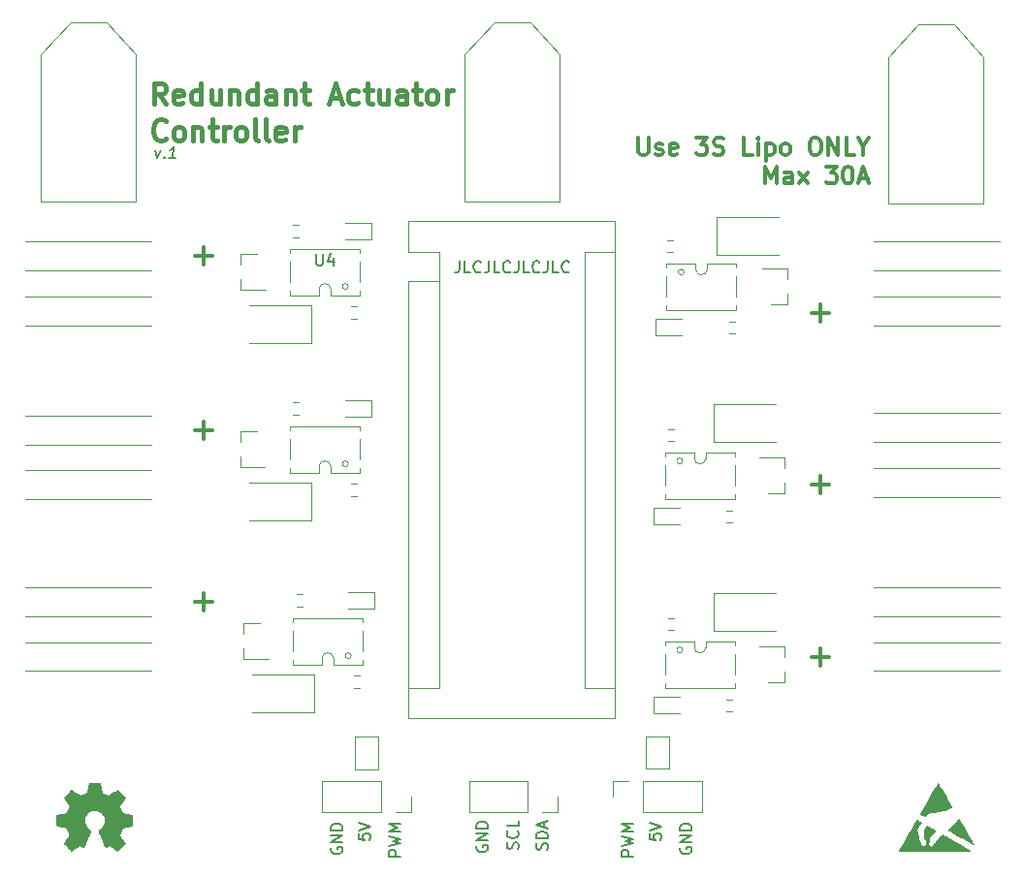
<source format=gbr>
G04 #@! TF.GenerationSoftware,KiCad,Pcbnew,(5.1.9)-1*
G04 #@! TF.CreationDate,2021-06-08T18:40:06+01:00*
G04 #@! TF.ProjectId,BrushlessPlatform V1 - SMD,42727573-686c-4657-9373-506c6174666f,rev?*
G04 #@! TF.SameCoordinates,Original*
G04 #@! TF.FileFunction,Legend,Top*
G04 #@! TF.FilePolarity,Positive*
%FSLAX46Y46*%
G04 Gerber Fmt 4.6, Leading zero omitted, Abs format (unit mm)*
G04 Created by KiCad (PCBNEW (5.1.9)-1) date 2021-06-08 18:40:06*
%MOMM*%
%LPD*%
G01*
G04 APERTURE LIST*
%ADD10C,0.150000*%
%ADD11C,0.300000*%
%ADD12C,0.450000*%
%ADD13C,0.010000*%
%ADD14C,0.120000*%
G04 APERTURE END LIST*
D10*
X-70619047Y-55452380D02*
X-70619047Y-56166666D01*
X-70666666Y-56309523D01*
X-70761904Y-56404761D01*
X-70904761Y-56452380D01*
X-71000000Y-56452380D01*
X-69666666Y-56452380D02*
X-70142857Y-56452380D01*
X-70142857Y-55452380D01*
X-68761904Y-56357142D02*
X-68809523Y-56404761D01*
X-68952380Y-56452380D01*
X-69047619Y-56452380D01*
X-69190476Y-56404761D01*
X-69285714Y-56309523D01*
X-69333333Y-56214285D01*
X-69380952Y-56023809D01*
X-69380952Y-55880952D01*
X-69333333Y-55690476D01*
X-69285714Y-55595238D01*
X-69190476Y-55500000D01*
X-69047619Y-55452380D01*
X-68952380Y-55452380D01*
X-68809523Y-55500000D01*
X-68761904Y-55547619D01*
X-68047619Y-55452380D02*
X-68047619Y-56166666D01*
X-68095238Y-56309523D01*
X-68190476Y-56404761D01*
X-68333333Y-56452380D01*
X-68428571Y-56452380D01*
X-67095238Y-56452380D02*
X-67571428Y-56452380D01*
X-67571428Y-55452380D01*
X-66190476Y-56357142D02*
X-66238095Y-56404761D01*
X-66380952Y-56452380D01*
X-66476190Y-56452380D01*
X-66619047Y-56404761D01*
X-66714285Y-56309523D01*
X-66761904Y-56214285D01*
X-66809523Y-56023809D01*
X-66809523Y-55880952D01*
X-66761904Y-55690476D01*
X-66714285Y-55595238D01*
X-66619047Y-55500000D01*
X-66476190Y-55452380D01*
X-66380952Y-55452380D01*
X-66238095Y-55500000D01*
X-66190476Y-55547619D01*
X-65476190Y-55452380D02*
X-65476190Y-56166666D01*
X-65523809Y-56309523D01*
X-65619047Y-56404761D01*
X-65761904Y-56452380D01*
X-65857142Y-56452380D01*
X-64523809Y-56452380D02*
X-65000000Y-56452380D01*
X-65000000Y-55452380D01*
X-63619047Y-56357142D02*
X-63666666Y-56404761D01*
X-63809523Y-56452380D01*
X-63904761Y-56452380D01*
X-64047619Y-56404761D01*
X-64142857Y-56309523D01*
X-64190476Y-56214285D01*
X-64238095Y-56023809D01*
X-64238095Y-55880952D01*
X-64190476Y-55690476D01*
X-64142857Y-55595238D01*
X-64047619Y-55500000D01*
X-63904761Y-55452380D01*
X-63809523Y-55452380D01*
X-63666666Y-55500000D01*
X-63619047Y-55547619D01*
X-62904761Y-55452380D02*
X-62904761Y-56166666D01*
X-62952380Y-56309523D01*
X-63047619Y-56404761D01*
X-63190476Y-56452380D01*
X-63285714Y-56452380D01*
X-61952380Y-56452380D02*
X-62428571Y-56452380D01*
X-62428571Y-55452380D01*
X-61047619Y-56357142D02*
X-61095238Y-56404761D01*
X-61238095Y-56452380D01*
X-61333333Y-56452380D01*
X-61476190Y-56404761D01*
X-61571428Y-56309523D01*
X-61619047Y-56214285D01*
X-61666666Y-56023809D01*
X-61666666Y-55880952D01*
X-61619047Y-55690476D01*
X-61571428Y-55595238D01*
X-61476190Y-55500000D01*
X-61333333Y-55452380D01*
X-61238095Y-55452380D01*
X-61095238Y-55500000D01*
X-61047619Y-55547619D01*
D11*
X-43909285Y-48678571D02*
X-43909285Y-47178571D01*
X-43409285Y-48250000D01*
X-42909285Y-47178571D01*
X-42909285Y-48678571D01*
X-41552142Y-48678571D02*
X-41552142Y-47892857D01*
X-41623571Y-47750000D01*
X-41766428Y-47678571D01*
X-42052142Y-47678571D01*
X-42194999Y-47750000D01*
X-41552142Y-48607142D02*
X-41695000Y-48678571D01*
X-42052142Y-48678571D01*
X-42194999Y-48607142D01*
X-42266428Y-48464285D01*
X-42266428Y-48321428D01*
X-42194999Y-48178571D01*
X-42052142Y-48107142D01*
X-41695000Y-48107142D01*
X-41552142Y-48035714D01*
X-40980714Y-48678571D02*
X-40195000Y-47678571D01*
X-40980714Y-47678571D02*
X-40195000Y-48678571D01*
X-38623571Y-47178571D02*
X-37695000Y-47178571D01*
X-38195000Y-47750000D01*
X-37980714Y-47750000D01*
X-37837857Y-47821428D01*
X-37766428Y-47892857D01*
X-37695000Y-48035714D01*
X-37695000Y-48392857D01*
X-37766428Y-48535714D01*
X-37837857Y-48607142D01*
X-37980714Y-48678571D01*
X-38409285Y-48678571D01*
X-38552142Y-48607142D01*
X-38623571Y-48535714D01*
X-36766428Y-47178571D02*
X-36623571Y-47178571D01*
X-36480714Y-47250000D01*
X-36409285Y-47321428D01*
X-36337857Y-47464285D01*
X-36266428Y-47750000D01*
X-36266428Y-48107142D01*
X-36337857Y-48392857D01*
X-36409285Y-48535714D01*
X-36480714Y-48607142D01*
X-36623571Y-48678571D01*
X-36766428Y-48678571D01*
X-36909285Y-48607142D01*
X-36980714Y-48535714D01*
X-37052142Y-48392857D01*
X-37123571Y-48107142D01*
X-37123571Y-47750000D01*
X-37052142Y-47464285D01*
X-36980714Y-47321428D01*
X-36909285Y-47250000D01*
X-36766428Y-47178571D01*
X-35695000Y-48250000D02*
X-34980714Y-48250000D01*
X-35837857Y-48678571D02*
X-35337857Y-47178571D01*
X-34837857Y-48678571D01*
X-54980714Y-44678571D02*
X-54980714Y-45892857D01*
X-54909285Y-46035714D01*
X-54837857Y-46107142D01*
X-54695000Y-46178571D01*
X-54409285Y-46178571D01*
X-54266428Y-46107142D01*
X-54195000Y-46035714D01*
X-54123571Y-45892857D01*
X-54123571Y-44678571D01*
X-53480714Y-46107142D02*
X-53337857Y-46178571D01*
X-53052142Y-46178571D01*
X-52909285Y-46107142D01*
X-52837857Y-45964285D01*
X-52837857Y-45892857D01*
X-52909285Y-45750000D01*
X-53052142Y-45678571D01*
X-53266428Y-45678571D01*
X-53409285Y-45607142D01*
X-53480714Y-45464285D01*
X-53480714Y-45392857D01*
X-53409285Y-45250000D01*
X-53266428Y-45178571D01*
X-53052142Y-45178571D01*
X-52909285Y-45250000D01*
X-51623571Y-46107142D02*
X-51766428Y-46178571D01*
X-52052142Y-46178571D01*
X-52195000Y-46107142D01*
X-52266428Y-45964285D01*
X-52266428Y-45392857D01*
X-52195000Y-45250000D01*
X-52052142Y-45178571D01*
X-51766428Y-45178571D01*
X-51623571Y-45250000D01*
X-51552142Y-45392857D01*
X-51552142Y-45535714D01*
X-52266428Y-45678571D01*
X-49909285Y-44678571D02*
X-48980714Y-44678571D01*
X-49480714Y-45250000D01*
X-49266428Y-45250000D01*
X-49123571Y-45321428D01*
X-49052142Y-45392857D01*
X-48980714Y-45535714D01*
X-48980714Y-45892857D01*
X-49052142Y-46035714D01*
X-49123571Y-46107142D01*
X-49266428Y-46178571D01*
X-49695000Y-46178571D01*
X-49837857Y-46107142D01*
X-49909285Y-46035714D01*
X-48409285Y-46107142D02*
X-48195000Y-46178571D01*
X-47837857Y-46178571D01*
X-47695000Y-46107142D01*
X-47623571Y-46035714D01*
X-47552142Y-45892857D01*
X-47552142Y-45750000D01*
X-47623571Y-45607142D01*
X-47695000Y-45535714D01*
X-47837857Y-45464285D01*
X-48123571Y-45392857D01*
X-48266428Y-45321428D01*
X-48337857Y-45250000D01*
X-48409285Y-45107142D01*
X-48409285Y-44964285D01*
X-48337857Y-44821428D01*
X-48266428Y-44750000D01*
X-48123571Y-44678571D01*
X-47766428Y-44678571D01*
X-47552142Y-44750000D01*
X-45052142Y-46178571D02*
X-45766428Y-46178571D01*
X-45766428Y-44678571D01*
X-44552142Y-46178571D02*
X-44552142Y-45178571D01*
X-44552142Y-44678571D02*
X-44623571Y-44750000D01*
X-44552142Y-44821428D01*
X-44480714Y-44750000D01*
X-44552142Y-44678571D01*
X-44552142Y-44821428D01*
X-43837857Y-45178571D02*
X-43837857Y-46678571D01*
X-43837857Y-45250000D02*
X-43695000Y-45178571D01*
X-43409285Y-45178571D01*
X-43266428Y-45250000D01*
X-43195000Y-45321428D01*
X-43123571Y-45464285D01*
X-43123571Y-45892857D01*
X-43195000Y-46035714D01*
X-43266428Y-46107142D01*
X-43409285Y-46178571D01*
X-43695000Y-46178571D01*
X-43837857Y-46107142D01*
X-42266428Y-46178571D02*
X-42409285Y-46107142D01*
X-42480714Y-46035714D01*
X-42552142Y-45892857D01*
X-42552142Y-45464285D01*
X-42480714Y-45321428D01*
X-42409285Y-45250000D01*
X-42266428Y-45178571D01*
X-42052142Y-45178571D01*
X-41909285Y-45250000D01*
X-41837857Y-45321428D01*
X-41766428Y-45464285D01*
X-41766428Y-45892857D01*
X-41837857Y-46035714D01*
X-41909285Y-46107142D01*
X-42052142Y-46178571D01*
X-42266428Y-46178571D01*
X-39695000Y-44678571D02*
X-39409285Y-44678571D01*
X-39266428Y-44750000D01*
X-39123571Y-44892857D01*
X-39052142Y-45178571D01*
X-39052142Y-45678571D01*
X-39123571Y-45964285D01*
X-39266428Y-46107142D01*
X-39409285Y-46178571D01*
X-39695000Y-46178571D01*
X-39837857Y-46107142D01*
X-39980714Y-45964285D01*
X-40052142Y-45678571D01*
X-40052142Y-45178571D01*
X-39980714Y-44892857D01*
X-39837857Y-44750000D01*
X-39695000Y-44678571D01*
X-38409285Y-46178571D02*
X-38409285Y-44678571D01*
X-37552142Y-46178571D01*
X-37552142Y-44678571D01*
X-36123571Y-46178571D02*
X-36837857Y-46178571D01*
X-36837857Y-44678571D01*
X-35337857Y-45464285D02*
X-35337857Y-46178571D01*
X-35837857Y-44678571D02*
X-35337857Y-45464285D01*
X-34837857Y-44678571D01*
D10*
X-97170357Y-45785714D02*
X-97015595Y-46452380D01*
X-96694166Y-45785714D01*
X-96384642Y-46357142D02*
X-96342976Y-46404761D01*
X-96396547Y-46452380D01*
X-96438214Y-46404761D01*
X-96384642Y-46357142D01*
X-96396547Y-46452380D01*
X-95396547Y-46452380D02*
X-95967976Y-46452380D01*
X-95682261Y-46452380D02*
X-95557261Y-45452380D01*
X-95670357Y-45595238D01*
X-95777500Y-45690476D01*
X-95878690Y-45738095D01*
D12*
X-96250357Y-41739285D02*
X-96850357Y-40882142D01*
X-97278928Y-41739285D02*
X-97278928Y-39939285D01*
X-96593214Y-39939285D01*
X-96421785Y-40025000D01*
X-96336071Y-40110714D01*
X-96250357Y-40282142D01*
X-96250357Y-40539285D01*
X-96336071Y-40710714D01*
X-96421785Y-40796428D01*
X-96593214Y-40882142D01*
X-97278928Y-40882142D01*
X-94793214Y-41653571D02*
X-94964642Y-41739285D01*
X-95307500Y-41739285D01*
X-95478928Y-41653571D01*
X-95564642Y-41482142D01*
X-95564642Y-40796428D01*
X-95478928Y-40625000D01*
X-95307500Y-40539285D01*
X-94964642Y-40539285D01*
X-94793214Y-40625000D01*
X-94707500Y-40796428D01*
X-94707500Y-40967857D01*
X-95564642Y-41139285D01*
X-93164642Y-41739285D02*
X-93164642Y-39939285D01*
X-93164642Y-41653571D02*
X-93336071Y-41739285D01*
X-93678928Y-41739285D01*
X-93850357Y-41653571D01*
X-93936071Y-41567857D01*
X-94021785Y-41396428D01*
X-94021785Y-40882142D01*
X-93936071Y-40710714D01*
X-93850357Y-40625000D01*
X-93678928Y-40539285D01*
X-93336071Y-40539285D01*
X-93164642Y-40625000D01*
X-91536071Y-40539285D02*
X-91536071Y-41739285D01*
X-92307500Y-40539285D02*
X-92307500Y-41482142D01*
X-92221785Y-41653571D01*
X-92050357Y-41739285D01*
X-91793214Y-41739285D01*
X-91621785Y-41653571D01*
X-91536071Y-41567857D01*
X-90678928Y-40539285D02*
X-90678928Y-41739285D01*
X-90678928Y-40710714D02*
X-90593214Y-40625000D01*
X-90421785Y-40539285D01*
X-90164642Y-40539285D01*
X-89993214Y-40625000D01*
X-89907500Y-40796428D01*
X-89907500Y-41739285D01*
X-88278928Y-41739285D02*
X-88278928Y-39939285D01*
X-88278928Y-41653571D02*
X-88450357Y-41739285D01*
X-88793214Y-41739285D01*
X-88964642Y-41653571D01*
X-89050357Y-41567857D01*
X-89136071Y-41396428D01*
X-89136071Y-40882142D01*
X-89050357Y-40710714D01*
X-88964642Y-40625000D01*
X-88793214Y-40539285D01*
X-88450357Y-40539285D01*
X-88278928Y-40625000D01*
X-86650357Y-41739285D02*
X-86650357Y-40796428D01*
X-86736071Y-40625000D01*
X-86907500Y-40539285D01*
X-87250357Y-40539285D01*
X-87421785Y-40625000D01*
X-86650357Y-41653571D02*
X-86821785Y-41739285D01*
X-87250357Y-41739285D01*
X-87421785Y-41653571D01*
X-87507500Y-41482142D01*
X-87507500Y-41310714D01*
X-87421785Y-41139285D01*
X-87250357Y-41053571D01*
X-86821785Y-41053571D01*
X-86650357Y-40967857D01*
X-85793214Y-40539285D02*
X-85793214Y-41739285D01*
X-85793214Y-40710714D02*
X-85707500Y-40625000D01*
X-85536071Y-40539285D01*
X-85278928Y-40539285D01*
X-85107500Y-40625000D01*
X-85021785Y-40796428D01*
X-85021785Y-41739285D01*
X-84421785Y-40539285D02*
X-83736071Y-40539285D01*
X-84164642Y-39939285D02*
X-84164642Y-41482142D01*
X-84078928Y-41653571D01*
X-83907500Y-41739285D01*
X-83736071Y-41739285D01*
X-81850357Y-41225000D02*
X-80993214Y-41225000D01*
X-82021785Y-41739285D02*
X-81421785Y-39939285D01*
X-80821785Y-41739285D01*
X-79450357Y-41653571D02*
X-79621785Y-41739285D01*
X-79964642Y-41739285D01*
X-80136071Y-41653571D01*
X-80221785Y-41567857D01*
X-80307500Y-41396428D01*
X-80307500Y-40882142D01*
X-80221785Y-40710714D01*
X-80136071Y-40625000D01*
X-79964642Y-40539285D01*
X-79621785Y-40539285D01*
X-79450357Y-40625000D01*
X-78936071Y-40539285D02*
X-78250357Y-40539285D01*
X-78678928Y-39939285D02*
X-78678928Y-41482142D01*
X-78593214Y-41653571D01*
X-78421785Y-41739285D01*
X-78250357Y-41739285D01*
X-76878928Y-40539285D02*
X-76878928Y-41739285D01*
X-77650357Y-40539285D02*
X-77650357Y-41482142D01*
X-77564642Y-41653571D01*
X-77393214Y-41739285D01*
X-77136071Y-41739285D01*
X-76964642Y-41653571D01*
X-76878928Y-41567857D01*
X-75250357Y-41739285D02*
X-75250357Y-40796428D01*
X-75336071Y-40625000D01*
X-75507500Y-40539285D01*
X-75850357Y-40539285D01*
X-76021785Y-40625000D01*
X-75250357Y-41653571D02*
X-75421785Y-41739285D01*
X-75850357Y-41739285D01*
X-76021785Y-41653571D01*
X-76107500Y-41482142D01*
X-76107500Y-41310714D01*
X-76021785Y-41139285D01*
X-75850357Y-41053571D01*
X-75421785Y-41053571D01*
X-75250357Y-40967857D01*
X-74650357Y-40539285D02*
X-73964642Y-40539285D01*
X-74393214Y-39939285D02*
X-74393214Y-41482142D01*
X-74307500Y-41653571D01*
X-74136071Y-41739285D01*
X-73964642Y-41739285D01*
X-73107500Y-41739285D02*
X-73278928Y-41653571D01*
X-73364642Y-41567857D01*
X-73450357Y-41396428D01*
X-73450357Y-40882142D01*
X-73364642Y-40710714D01*
X-73278928Y-40625000D01*
X-73107500Y-40539285D01*
X-72850357Y-40539285D01*
X-72678928Y-40625000D01*
X-72593214Y-40710714D01*
X-72507500Y-40882142D01*
X-72507500Y-41396428D01*
X-72593214Y-41567857D01*
X-72678928Y-41653571D01*
X-72850357Y-41739285D01*
X-73107500Y-41739285D01*
X-71736071Y-41739285D02*
X-71736071Y-40539285D01*
X-71736071Y-40882142D02*
X-71650357Y-40710714D01*
X-71564642Y-40625000D01*
X-71393214Y-40539285D01*
X-71221785Y-40539285D01*
X-96250357Y-44717857D02*
X-96336071Y-44803571D01*
X-96593214Y-44889285D01*
X-96764642Y-44889285D01*
X-97021785Y-44803571D01*
X-97193214Y-44632142D01*
X-97278928Y-44460714D01*
X-97364642Y-44117857D01*
X-97364642Y-43860714D01*
X-97278928Y-43517857D01*
X-97193214Y-43346428D01*
X-97021785Y-43175000D01*
X-96764642Y-43089285D01*
X-96593214Y-43089285D01*
X-96336071Y-43175000D01*
X-96250357Y-43260714D01*
X-95221785Y-44889285D02*
X-95393214Y-44803571D01*
X-95478928Y-44717857D01*
X-95564642Y-44546428D01*
X-95564642Y-44032142D01*
X-95478928Y-43860714D01*
X-95393214Y-43775000D01*
X-95221785Y-43689285D01*
X-94964642Y-43689285D01*
X-94793214Y-43775000D01*
X-94707500Y-43860714D01*
X-94621785Y-44032142D01*
X-94621785Y-44546428D01*
X-94707500Y-44717857D01*
X-94793214Y-44803571D01*
X-94964642Y-44889285D01*
X-95221785Y-44889285D01*
X-93850357Y-43689285D02*
X-93850357Y-44889285D01*
X-93850357Y-43860714D02*
X-93764642Y-43775000D01*
X-93593214Y-43689285D01*
X-93336071Y-43689285D01*
X-93164642Y-43775000D01*
X-93078928Y-43946428D01*
X-93078928Y-44889285D01*
X-92478928Y-43689285D02*
X-91793214Y-43689285D01*
X-92221785Y-43089285D02*
X-92221785Y-44632142D01*
X-92136071Y-44803571D01*
X-91964642Y-44889285D01*
X-91793214Y-44889285D01*
X-91193214Y-44889285D02*
X-91193214Y-43689285D01*
X-91193214Y-44032142D02*
X-91107500Y-43860714D01*
X-91021785Y-43775000D01*
X-90850357Y-43689285D01*
X-90678928Y-43689285D01*
X-89821785Y-44889285D02*
X-89993214Y-44803571D01*
X-90078928Y-44717857D01*
X-90164642Y-44546428D01*
X-90164642Y-44032142D01*
X-90078928Y-43860714D01*
X-89993214Y-43775000D01*
X-89821785Y-43689285D01*
X-89564642Y-43689285D01*
X-89393214Y-43775000D01*
X-89307500Y-43860714D01*
X-89221785Y-44032142D01*
X-89221785Y-44546428D01*
X-89307500Y-44717857D01*
X-89393214Y-44803571D01*
X-89564642Y-44889285D01*
X-89821785Y-44889285D01*
X-88193214Y-44889285D02*
X-88364642Y-44803571D01*
X-88450357Y-44632142D01*
X-88450357Y-43089285D01*
X-87250357Y-44889285D02*
X-87421785Y-44803571D01*
X-87507500Y-44632142D01*
X-87507500Y-43089285D01*
X-85878928Y-44803571D02*
X-86050357Y-44889285D01*
X-86393214Y-44889285D01*
X-86564642Y-44803571D01*
X-86650357Y-44632142D01*
X-86650357Y-43946428D01*
X-86564642Y-43775000D01*
X-86393214Y-43689285D01*
X-86050357Y-43689285D01*
X-85878928Y-43775000D01*
X-85793214Y-43946428D01*
X-85793214Y-44117857D01*
X-86650357Y-44289285D01*
X-85021785Y-44889285D02*
X-85021785Y-43689285D01*
X-85021785Y-44032142D02*
X-84936071Y-43860714D01*
X-84850357Y-43775000D01*
X-84678928Y-43689285D01*
X-84507500Y-43689285D01*
D11*
X-39877904Y-59959857D02*
X-38354095Y-59959857D01*
X-39116000Y-60721761D02*
X-39116000Y-59197952D01*
X-39877904Y-74945857D02*
X-38354095Y-74945857D01*
X-39116000Y-75707761D02*
X-39116000Y-74183952D01*
X-39877904Y-90058857D02*
X-38354095Y-90058857D01*
X-39116000Y-90820761D02*
X-39116000Y-89296952D01*
X-93725904Y-85232857D02*
X-92202095Y-85232857D01*
X-92964000Y-85994761D02*
X-92964000Y-84470952D01*
X-93725904Y-70246857D02*
X-92202095Y-70246857D01*
X-92964000Y-71008761D02*
X-92964000Y-69484952D01*
X-93725904Y-55006857D02*
X-92202095Y-55006857D01*
X-92964000Y-55768761D02*
X-92964000Y-54244952D01*
D10*
X-55427619Y-107445119D02*
X-56427619Y-107445119D01*
X-56427619Y-107064166D01*
X-56380000Y-106968928D01*
X-56332380Y-106921309D01*
X-56237142Y-106873690D01*
X-56094285Y-106873690D01*
X-55999047Y-106921309D01*
X-55951428Y-106968928D01*
X-55903809Y-107064166D01*
X-55903809Y-107445119D01*
X-56427619Y-106540357D02*
X-55427619Y-106302261D01*
X-56141904Y-106111785D01*
X-55427619Y-105921309D01*
X-56427619Y-105683214D01*
X-55427619Y-105302261D02*
X-56427619Y-105302261D01*
X-55713333Y-104968928D01*
X-56427619Y-104635595D01*
X-55427619Y-104635595D01*
X-54012619Y-105492738D02*
X-54012619Y-105968928D01*
X-53536428Y-106016547D01*
X-53584047Y-105968928D01*
X-53631666Y-105873690D01*
X-53631666Y-105635595D01*
X-53584047Y-105540357D01*
X-53536428Y-105492738D01*
X-53441190Y-105445119D01*
X-53203095Y-105445119D01*
X-53107857Y-105492738D01*
X-53060238Y-105540357D01*
X-53012619Y-105635595D01*
X-53012619Y-105873690D01*
X-53060238Y-105968928D01*
X-53107857Y-106016547D01*
X-54012619Y-105159404D02*
X-53012619Y-104826071D01*
X-54012619Y-104492738D01*
X-51300000Y-106683214D02*
X-51347619Y-106778452D01*
X-51347619Y-106921309D01*
X-51300000Y-107064166D01*
X-51204761Y-107159404D01*
X-51109523Y-107207023D01*
X-50919047Y-107254642D01*
X-50776190Y-107254642D01*
X-50585714Y-107207023D01*
X-50490476Y-107159404D01*
X-50395238Y-107064166D01*
X-50347619Y-106921309D01*
X-50347619Y-106826071D01*
X-50395238Y-106683214D01*
X-50442857Y-106635595D01*
X-50776190Y-106635595D01*
X-50776190Y-106826071D01*
X-50347619Y-106207023D02*
X-51347619Y-106207023D01*
X-50347619Y-105635595D01*
X-51347619Y-105635595D01*
X-50347619Y-105159404D02*
X-51347619Y-105159404D01*
X-51347619Y-104921309D01*
X-51300000Y-104778452D01*
X-51204761Y-104683214D01*
X-51109523Y-104635595D01*
X-50919047Y-104587976D01*
X-50776190Y-104587976D01*
X-50585714Y-104635595D01*
X-50490476Y-104683214D01*
X-50395238Y-104778452D01*
X-50347619Y-104921309D01*
X-50347619Y-105159404D01*
X-75747619Y-107445119D02*
X-76747619Y-107445119D01*
X-76747619Y-107064166D01*
X-76700000Y-106968928D01*
X-76652380Y-106921309D01*
X-76557142Y-106873690D01*
X-76414285Y-106873690D01*
X-76319047Y-106921309D01*
X-76271428Y-106968928D01*
X-76223809Y-107064166D01*
X-76223809Y-107445119D01*
X-76747619Y-106540357D02*
X-75747619Y-106302261D01*
X-76461904Y-106111785D01*
X-75747619Y-105921309D01*
X-76747619Y-105683214D01*
X-75747619Y-105302261D02*
X-76747619Y-105302261D01*
X-76033333Y-104968928D01*
X-76747619Y-104635595D01*
X-75747619Y-104635595D01*
X-79412619Y-105492738D02*
X-79412619Y-105968928D01*
X-78936428Y-106016547D01*
X-78984047Y-105968928D01*
X-79031666Y-105873690D01*
X-79031666Y-105635595D01*
X-78984047Y-105540357D01*
X-78936428Y-105492738D01*
X-78841190Y-105445119D01*
X-78603095Y-105445119D01*
X-78507857Y-105492738D01*
X-78460238Y-105540357D01*
X-78412619Y-105635595D01*
X-78412619Y-105873690D01*
X-78460238Y-105968928D01*
X-78507857Y-106016547D01*
X-79412619Y-105159404D02*
X-78412619Y-104826071D01*
X-79412619Y-104492738D01*
X-69080000Y-106523214D02*
X-69127619Y-106618452D01*
X-69127619Y-106761309D01*
X-69080000Y-106904166D01*
X-68984761Y-106999404D01*
X-68889523Y-107047023D01*
X-68699047Y-107094642D01*
X-68556190Y-107094642D01*
X-68365714Y-107047023D01*
X-68270476Y-106999404D01*
X-68175238Y-106904166D01*
X-68127619Y-106761309D01*
X-68127619Y-106666071D01*
X-68175238Y-106523214D01*
X-68222857Y-106475595D01*
X-68556190Y-106475595D01*
X-68556190Y-106666071D01*
X-68127619Y-106047023D02*
X-69127619Y-106047023D01*
X-68127619Y-105475595D01*
X-69127619Y-105475595D01*
X-68127619Y-104999404D02*
X-69127619Y-104999404D01*
X-69127619Y-104761309D01*
X-69080000Y-104618452D01*
X-68984761Y-104523214D01*
X-68889523Y-104475595D01*
X-68699047Y-104427976D01*
X-68556190Y-104427976D01*
X-68365714Y-104475595D01*
X-68270476Y-104523214D01*
X-68175238Y-104618452D01*
X-68127619Y-104761309D01*
X-68127619Y-104999404D01*
X-81780000Y-106683214D02*
X-81827619Y-106778452D01*
X-81827619Y-106921309D01*
X-81780000Y-107064166D01*
X-81684761Y-107159404D01*
X-81589523Y-107207023D01*
X-81399047Y-107254642D01*
X-81256190Y-107254642D01*
X-81065714Y-107207023D01*
X-80970476Y-107159404D01*
X-80875238Y-107064166D01*
X-80827619Y-106921309D01*
X-80827619Y-106826071D01*
X-80875238Y-106683214D01*
X-80922857Y-106635595D01*
X-81256190Y-106635595D01*
X-81256190Y-106826071D01*
X-80827619Y-106207023D02*
X-81827619Y-106207023D01*
X-80827619Y-105635595D01*
X-81827619Y-105635595D01*
X-80827619Y-105159404D02*
X-81827619Y-105159404D01*
X-81827619Y-104921309D01*
X-81780000Y-104778452D01*
X-81684761Y-104683214D01*
X-81589523Y-104635595D01*
X-81399047Y-104587976D01*
X-81256190Y-104587976D01*
X-81065714Y-104635595D01*
X-80970476Y-104683214D01*
X-80875238Y-104778452D01*
X-80827619Y-104921309D01*
X-80827619Y-105159404D01*
X-62970238Y-106856547D02*
X-62922619Y-106713690D01*
X-62922619Y-106475595D01*
X-62970238Y-106380357D01*
X-63017857Y-106332738D01*
X-63113095Y-106285119D01*
X-63208333Y-106285119D01*
X-63303571Y-106332738D01*
X-63351190Y-106380357D01*
X-63398809Y-106475595D01*
X-63446428Y-106666071D01*
X-63494047Y-106761309D01*
X-63541666Y-106808928D01*
X-63636904Y-106856547D01*
X-63732142Y-106856547D01*
X-63827380Y-106808928D01*
X-63875000Y-106761309D01*
X-63922619Y-106666071D01*
X-63922619Y-106427976D01*
X-63875000Y-106285119D01*
X-62922619Y-105856547D02*
X-63922619Y-105856547D01*
X-63922619Y-105618452D01*
X-63875000Y-105475595D01*
X-63779761Y-105380357D01*
X-63684523Y-105332738D01*
X-63494047Y-105285119D01*
X-63351190Y-105285119D01*
X-63160714Y-105332738D01*
X-63065476Y-105380357D01*
X-62970238Y-105475595D01*
X-62922619Y-105618452D01*
X-62922619Y-105856547D01*
X-63208333Y-104904166D02*
X-63208333Y-104427976D01*
X-62922619Y-104999404D02*
X-63922619Y-104666071D01*
X-62922619Y-104332738D01*
X-65510238Y-106808928D02*
X-65462619Y-106666071D01*
X-65462619Y-106427976D01*
X-65510238Y-106332738D01*
X-65557857Y-106285119D01*
X-65653095Y-106237500D01*
X-65748333Y-106237500D01*
X-65843571Y-106285119D01*
X-65891190Y-106332738D01*
X-65938809Y-106427976D01*
X-65986428Y-106618452D01*
X-66034047Y-106713690D01*
X-66081666Y-106761309D01*
X-66176904Y-106808928D01*
X-66272142Y-106808928D01*
X-66367380Y-106761309D01*
X-66415000Y-106713690D01*
X-66462619Y-106618452D01*
X-66462619Y-106380357D01*
X-66415000Y-106237500D01*
X-65557857Y-105237500D02*
X-65510238Y-105285119D01*
X-65462619Y-105427976D01*
X-65462619Y-105523214D01*
X-65510238Y-105666071D01*
X-65605476Y-105761309D01*
X-65700714Y-105808928D01*
X-65891190Y-105856547D01*
X-66034047Y-105856547D01*
X-66224523Y-105808928D01*
X-66319761Y-105761309D01*
X-66415000Y-105666071D01*
X-66462619Y-105523214D01*
X-66462619Y-105427976D01*
X-66415000Y-105285119D01*
X-66367380Y-105237500D01*
X-65462619Y-104332738D02*
X-65462619Y-104808928D01*
X-66462619Y-104808928D01*
D13*
G36*
X-30677906Y-104291158D02*
G01*
X-30645381Y-104303736D01*
X-30595807Y-104328712D01*
X-30524626Y-104367876D01*
X-30519084Y-104370988D01*
X-30453526Y-104408476D01*
X-30398202Y-104441319D01*
X-30358545Y-104466205D01*
X-30339988Y-104479820D01*
X-30339469Y-104480487D01*
X-30343952Y-104499390D01*
X-30364514Y-104541605D01*
X-30399817Y-104604832D01*
X-30448520Y-104686772D01*
X-30509282Y-104785122D01*
X-30580764Y-104897585D01*
X-30598555Y-104925165D01*
X-30644907Y-105001699D01*
X-30678658Y-105067556D01*
X-30696847Y-105116782D01*
X-30698714Y-105126507D01*
X-30697885Y-105169312D01*
X-30688606Y-105237209D01*
X-30672032Y-105325843D01*
X-30649320Y-105430859D01*
X-30621627Y-105547902D01*
X-30590110Y-105672616D01*
X-30555925Y-105800645D01*
X-30520229Y-105927634D01*
X-30484179Y-106049228D01*
X-30448932Y-106161072D01*
X-30415644Y-106258810D01*
X-30385472Y-106338087D01*
X-30364439Y-106385122D01*
X-30339663Y-106435225D01*
X-30316270Y-106483168D01*
X-30315003Y-106485793D01*
X-30276301Y-106534220D01*
X-30219816Y-106566828D01*
X-30154061Y-106582454D01*
X-30087549Y-106579937D01*
X-30028795Y-106558114D01*
X-29995742Y-106529382D01*
X-29948141Y-106450583D01*
X-29913261Y-106352378D01*
X-29894123Y-106244779D01*
X-29891412Y-106183780D01*
X-29902330Y-106069935D01*
X-29934376Y-105975660D01*
X-29989274Y-105896379D01*
X-30006393Y-105878733D01*
X-30057339Y-105829235D01*
X-30060837Y-105479362D01*
X-30064336Y-105129489D01*
X-29975182Y-104994531D01*
X-29933346Y-104933445D01*
X-29893055Y-104878493D01*
X-29860057Y-104837336D01*
X-29845874Y-104822192D01*
X-29805719Y-104784810D01*
X-29751335Y-104814098D01*
X-29716961Y-104835084D01*
X-29698154Y-104851378D01*
X-29696951Y-104854307D01*
X-29684097Y-104866728D01*
X-29662104Y-104875977D01*
X-29640850Y-104884313D01*
X-29608306Y-104900149D01*
X-29561678Y-104925033D01*
X-29498171Y-104960509D01*
X-29414992Y-105008123D01*
X-29309347Y-105069422D01*
X-29251938Y-105102932D01*
X-29184406Y-105143071D01*
X-29140115Y-105171659D01*
X-29115145Y-105192039D01*
X-29105577Y-105207553D01*
X-29107492Y-105221546D01*
X-29109089Y-105224796D01*
X-29124624Y-105245266D01*
X-29157864Y-105283665D01*
X-29204938Y-105335696D01*
X-29261972Y-105397066D01*
X-29311300Y-105449090D01*
X-29424970Y-105572567D01*
X-29513895Y-105679591D01*
X-29578866Y-105771240D01*
X-29620679Y-105848588D01*
X-29634783Y-105887866D01*
X-29640608Y-105922249D01*
X-29646625Y-105980899D01*
X-29652304Y-106057117D01*
X-29657116Y-106144202D01*
X-29659381Y-106199268D01*
X-29662541Y-106294464D01*
X-29663931Y-106364062D01*
X-29663142Y-106413409D01*
X-29659765Y-106447854D01*
X-29653392Y-106472743D01*
X-29643613Y-106493425D01*
X-29635933Y-106506053D01*
X-29591579Y-106554726D01*
X-29534426Y-106588645D01*
X-29474292Y-106603438D01*
X-29429227Y-106598086D01*
X-29388424Y-106574930D01*
X-29337276Y-106533462D01*
X-29282958Y-106480912D01*
X-29232643Y-106424516D01*
X-29193506Y-106371505D01*
X-29179095Y-106345889D01*
X-29157509Y-106310814D01*
X-29118247Y-106257389D01*
X-29064898Y-106189789D01*
X-29001048Y-106112190D01*
X-28930285Y-106028768D01*
X-28856196Y-105943698D01*
X-28782368Y-105861155D01*
X-28712389Y-105785316D01*
X-28649845Y-105720356D01*
X-28600740Y-105672669D01*
X-28546221Y-105625032D01*
X-28500358Y-105589908D01*
X-28468189Y-105570949D01*
X-28457511Y-105568864D01*
X-28441147Y-105577274D01*
X-28400329Y-105599846D01*
X-28337414Y-105635224D01*
X-28254756Y-105682054D01*
X-28154711Y-105738981D01*
X-28039634Y-105804649D01*
X-27911881Y-105877703D01*
X-27773806Y-105956788D01*
X-27627766Y-106040548D01*
X-27476116Y-106127629D01*
X-27321210Y-106216676D01*
X-27165405Y-106306332D01*
X-27011056Y-106395243D01*
X-26860518Y-106482054D01*
X-26716146Y-106565409D01*
X-26580296Y-106643954D01*
X-26455323Y-106716333D01*
X-26343583Y-106781190D01*
X-26247430Y-106837171D01*
X-26169221Y-106882920D01*
X-26111311Y-106917083D01*
X-26076054Y-106938304D01*
X-26065835Y-106944963D01*
X-26079598Y-106946280D01*
X-26122896Y-106947559D01*
X-26194286Y-106948796D01*
X-26292327Y-106949983D01*
X-26415578Y-106951115D01*
X-26562597Y-106952186D01*
X-26731943Y-106953189D01*
X-26922174Y-106954119D01*
X-27131849Y-106954968D01*
X-27359527Y-106955732D01*
X-27603765Y-106956403D01*
X-27863123Y-106956976D01*
X-28136159Y-106957444D01*
X-28421432Y-106957802D01*
X-28717500Y-106958042D01*
X-29022921Y-106958159D01*
X-29151076Y-106958171D01*
X-32251030Y-106958171D01*
X-32029947Y-106574847D01*
X-31983144Y-106493680D01*
X-31922898Y-106389166D01*
X-31851222Y-106264801D01*
X-31770131Y-106124082D01*
X-31681638Y-105970503D01*
X-31587760Y-105807562D01*
X-31490509Y-105638754D01*
X-31391900Y-105467575D01*
X-31293947Y-105297521D01*
X-31269175Y-105254512D01*
X-31178848Y-105097857D01*
X-31092711Y-104948803D01*
X-31012058Y-104809568D01*
X-30938184Y-104682371D01*
X-30872383Y-104569432D01*
X-30815950Y-104472968D01*
X-30770179Y-104395200D01*
X-30736365Y-104338346D01*
X-30715802Y-104304625D01*
X-30710047Y-104296040D01*
X-30697942Y-104289189D01*
X-30677906Y-104291158D01*
G37*
X-30677906Y-104291158D02*
X-30645381Y-104303736D01*
X-30595807Y-104328712D01*
X-30524626Y-104367876D01*
X-30519084Y-104370988D01*
X-30453526Y-104408476D01*
X-30398202Y-104441319D01*
X-30358545Y-104466205D01*
X-30339988Y-104479820D01*
X-30339469Y-104480487D01*
X-30343952Y-104499390D01*
X-30364514Y-104541605D01*
X-30399817Y-104604832D01*
X-30448520Y-104686772D01*
X-30509282Y-104785122D01*
X-30580764Y-104897585D01*
X-30598555Y-104925165D01*
X-30644907Y-105001699D01*
X-30678658Y-105067556D01*
X-30696847Y-105116782D01*
X-30698714Y-105126507D01*
X-30697885Y-105169312D01*
X-30688606Y-105237209D01*
X-30672032Y-105325843D01*
X-30649320Y-105430859D01*
X-30621627Y-105547902D01*
X-30590110Y-105672616D01*
X-30555925Y-105800645D01*
X-30520229Y-105927634D01*
X-30484179Y-106049228D01*
X-30448932Y-106161072D01*
X-30415644Y-106258810D01*
X-30385472Y-106338087D01*
X-30364439Y-106385122D01*
X-30339663Y-106435225D01*
X-30316270Y-106483168D01*
X-30315003Y-106485793D01*
X-30276301Y-106534220D01*
X-30219816Y-106566828D01*
X-30154061Y-106582454D01*
X-30087549Y-106579937D01*
X-30028795Y-106558114D01*
X-29995742Y-106529382D01*
X-29948141Y-106450583D01*
X-29913261Y-106352378D01*
X-29894123Y-106244779D01*
X-29891412Y-106183780D01*
X-29902330Y-106069935D01*
X-29934376Y-105975660D01*
X-29989274Y-105896379D01*
X-30006393Y-105878733D01*
X-30057339Y-105829235D01*
X-30060837Y-105479362D01*
X-30064336Y-105129489D01*
X-29975182Y-104994531D01*
X-29933346Y-104933445D01*
X-29893055Y-104878493D01*
X-29860057Y-104837336D01*
X-29845874Y-104822192D01*
X-29805719Y-104784810D01*
X-29751335Y-104814098D01*
X-29716961Y-104835084D01*
X-29698154Y-104851378D01*
X-29696951Y-104854307D01*
X-29684097Y-104866728D01*
X-29662104Y-104875977D01*
X-29640850Y-104884313D01*
X-29608306Y-104900149D01*
X-29561678Y-104925033D01*
X-29498171Y-104960509D01*
X-29414992Y-105008123D01*
X-29309347Y-105069422D01*
X-29251938Y-105102932D01*
X-29184406Y-105143071D01*
X-29140115Y-105171659D01*
X-29115145Y-105192039D01*
X-29105577Y-105207553D01*
X-29107492Y-105221546D01*
X-29109089Y-105224796D01*
X-29124624Y-105245266D01*
X-29157864Y-105283665D01*
X-29204938Y-105335696D01*
X-29261972Y-105397066D01*
X-29311300Y-105449090D01*
X-29424970Y-105572567D01*
X-29513895Y-105679591D01*
X-29578866Y-105771240D01*
X-29620679Y-105848588D01*
X-29634783Y-105887866D01*
X-29640608Y-105922249D01*
X-29646625Y-105980899D01*
X-29652304Y-106057117D01*
X-29657116Y-106144202D01*
X-29659381Y-106199268D01*
X-29662541Y-106294464D01*
X-29663931Y-106364062D01*
X-29663142Y-106413409D01*
X-29659765Y-106447854D01*
X-29653392Y-106472743D01*
X-29643613Y-106493425D01*
X-29635933Y-106506053D01*
X-29591579Y-106554726D01*
X-29534426Y-106588645D01*
X-29474292Y-106603438D01*
X-29429227Y-106598086D01*
X-29388424Y-106574930D01*
X-29337276Y-106533462D01*
X-29282958Y-106480912D01*
X-29232643Y-106424516D01*
X-29193506Y-106371505D01*
X-29179095Y-106345889D01*
X-29157509Y-106310814D01*
X-29118247Y-106257389D01*
X-29064898Y-106189789D01*
X-29001048Y-106112190D01*
X-28930285Y-106028768D01*
X-28856196Y-105943698D01*
X-28782368Y-105861155D01*
X-28712389Y-105785316D01*
X-28649845Y-105720356D01*
X-28600740Y-105672669D01*
X-28546221Y-105625032D01*
X-28500358Y-105589908D01*
X-28468189Y-105570949D01*
X-28457511Y-105568864D01*
X-28441147Y-105577274D01*
X-28400329Y-105599846D01*
X-28337414Y-105635224D01*
X-28254756Y-105682054D01*
X-28154711Y-105738981D01*
X-28039634Y-105804649D01*
X-27911881Y-105877703D01*
X-27773806Y-105956788D01*
X-27627766Y-106040548D01*
X-27476116Y-106127629D01*
X-27321210Y-106216676D01*
X-27165405Y-106306332D01*
X-27011056Y-106395243D01*
X-26860518Y-106482054D01*
X-26716146Y-106565409D01*
X-26580296Y-106643954D01*
X-26455323Y-106716333D01*
X-26343583Y-106781190D01*
X-26247430Y-106837171D01*
X-26169221Y-106882920D01*
X-26111311Y-106917083D01*
X-26076054Y-106938304D01*
X-26065835Y-106944963D01*
X-26079598Y-106946280D01*
X-26122896Y-106947559D01*
X-26194286Y-106948796D01*
X-26292327Y-106949983D01*
X-26415578Y-106951115D01*
X-26562597Y-106952186D01*
X-26731943Y-106953189D01*
X-26922174Y-106954119D01*
X-27131849Y-106954968D01*
X-27359527Y-106955732D01*
X-27603765Y-106956403D01*
X-27863123Y-106956976D01*
X-28136159Y-106957444D01*
X-28421432Y-106957802D01*
X-28717500Y-106958042D01*
X-29022921Y-106958159D01*
X-29151076Y-106958171D01*
X-32251030Y-106958171D01*
X-32029947Y-106574847D01*
X-31983144Y-106493680D01*
X-31922898Y-106389166D01*
X-31851222Y-106264801D01*
X-31770131Y-106124082D01*
X-31681638Y-105970503D01*
X-31587760Y-105807562D01*
X-31490509Y-105638754D01*
X-31391900Y-105467575D01*
X-31293947Y-105297521D01*
X-31269175Y-105254512D01*
X-31178848Y-105097857D01*
X-31092711Y-104948803D01*
X-31012058Y-104809568D01*
X-30938184Y-104682371D01*
X-30872383Y-104569432D01*
X-30815950Y-104472968D01*
X-30770179Y-104395200D01*
X-30736365Y-104338346D01*
X-30715802Y-104304625D01*
X-30710047Y-104296040D01*
X-30697942Y-104289189D01*
X-30677906Y-104291158D01*
G36*
X-27012472Y-104234619D02*
G01*
X-27001092Y-104253693D01*
X-26975512Y-104297421D01*
X-26936998Y-104363619D01*
X-26886814Y-104450102D01*
X-26826225Y-104554685D01*
X-26756497Y-104675183D01*
X-26678893Y-104809412D01*
X-26594680Y-104955187D01*
X-26505121Y-105110323D01*
X-26413002Y-105270000D01*
X-26318924Y-105433117D01*
X-26228598Y-105589709D01*
X-26143335Y-105737506D01*
X-26064443Y-105874240D01*
X-25993231Y-105997642D01*
X-25931009Y-106105444D01*
X-25879087Y-106195377D01*
X-25838772Y-106265173D01*
X-25811376Y-106312564D01*
X-25798493Y-106334786D01*
X-25777493Y-106372330D01*
X-25766075Y-106395831D01*
X-25765449Y-106399920D01*
X-25779364Y-106392242D01*
X-25818059Y-106370203D01*
X-25879513Y-106334971D01*
X-25961702Y-106287711D01*
X-26062604Y-106229589D01*
X-26180195Y-106161771D01*
X-26312454Y-106085424D01*
X-26457358Y-106001714D01*
X-26612883Y-105911806D01*
X-26777008Y-105816867D01*
X-26839451Y-105780732D01*
X-27006513Y-105684083D01*
X-27165926Y-105591938D01*
X-27315645Y-105505475D01*
X-27453624Y-105425871D01*
X-27577815Y-105354305D01*
X-27686173Y-105291955D01*
X-27776652Y-105239998D01*
X-27847204Y-105199613D01*
X-27895785Y-105171978D01*
X-27920346Y-105158272D01*
X-27922915Y-105156974D01*
X-27915431Y-105145220D01*
X-27889386Y-105113795D01*
X-27847441Y-105065594D01*
X-27792254Y-105003510D01*
X-27726483Y-104930439D01*
X-27652788Y-104849276D01*
X-27573827Y-104762916D01*
X-27492260Y-104674253D01*
X-27410746Y-104586182D01*
X-27331943Y-104501599D01*
X-27258510Y-104423397D01*
X-27193107Y-104354472D01*
X-27138392Y-104297719D01*
X-27097023Y-104256032D01*
X-27082836Y-104242363D01*
X-27035820Y-104198201D01*
X-27012472Y-104234619D01*
G37*
X-27012472Y-104234619D02*
X-27001092Y-104253693D01*
X-26975512Y-104297421D01*
X-26936998Y-104363619D01*
X-26886814Y-104450102D01*
X-26826225Y-104554685D01*
X-26756497Y-104675183D01*
X-26678893Y-104809412D01*
X-26594680Y-104955187D01*
X-26505121Y-105110323D01*
X-26413002Y-105270000D01*
X-26318924Y-105433117D01*
X-26228598Y-105589709D01*
X-26143335Y-105737506D01*
X-26064443Y-105874240D01*
X-25993231Y-105997642D01*
X-25931009Y-106105444D01*
X-25879087Y-106195377D01*
X-25838772Y-106265173D01*
X-25811376Y-106312564D01*
X-25798493Y-106334786D01*
X-25777493Y-106372330D01*
X-25766075Y-106395831D01*
X-25765449Y-106399920D01*
X-25779364Y-106392242D01*
X-25818059Y-106370203D01*
X-25879513Y-106334971D01*
X-25961702Y-106287711D01*
X-26062604Y-106229589D01*
X-26180195Y-106161771D01*
X-26312454Y-106085424D01*
X-26457358Y-106001714D01*
X-26612883Y-105911806D01*
X-26777008Y-105816867D01*
X-26839451Y-105780732D01*
X-27006513Y-105684083D01*
X-27165926Y-105591938D01*
X-27315645Y-105505475D01*
X-27453624Y-105425871D01*
X-27577815Y-105354305D01*
X-27686173Y-105291955D01*
X-27776652Y-105239998D01*
X-27847204Y-105199613D01*
X-27895785Y-105171978D01*
X-27920346Y-105158272D01*
X-27922915Y-105156974D01*
X-27915431Y-105145220D01*
X-27889386Y-105113795D01*
X-27847441Y-105065594D01*
X-27792254Y-105003510D01*
X-27726483Y-104930439D01*
X-27652788Y-104849276D01*
X-27573827Y-104762916D01*
X-27492260Y-104674253D01*
X-27410746Y-104586182D01*
X-27331943Y-104501599D01*
X-27258510Y-104423397D01*
X-27193107Y-104354472D01*
X-27138392Y-104297719D01*
X-27097023Y-104256032D01*
X-27082836Y-104242363D01*
X-27035820Y-104198201D01*
X-27012472Y-104234619D01*
G36*
X-28835957Y-101085835D02*
G01*
X-28812935Y-101123245D01*
X-28777466Y-101182514D01*
X-28731004Y-101261118D01*
X-28675004Y-101356538D01*
X-28610919Y-101466250D01*
X-28540204Y-101587734D01*
X-28464313Y-101718468D01*
X-28384701Y-101855930D01*
X-28302822Y-101997598D01*
X-28220130Y-102140951D01*
X-28138079Y-102283467D01*
X-28058124Y-102422624D01*
X-27981719Y-102555901D01*
X-27910318Y-102680776D01*
X-27845376Y-102794727D01*
X-27788347Y-102895233D01*
X-27740685Y-102979772D01*
X-27703845Y-103045822D01*
X-27679280Y-103090862D01*
X-27668446Y-103112370D01*
X-27668049Y-103113714D01*
X-27681499Y-103131965D01*
X-27718886Y-103159882D01*
X-27775765Y-103194725D01*
X-27847688Y-103233754D01*
X-27922985Y-103270843D01*
X-28025440Y-103315817D01*
X-28133183Y-103356226D01*
X-28249927Y-103392969D01*
X-28379382Y-103426942D01*
X-28525260Y-103459044D01*
X-28691274Y-103490173D01*
X-28881134Y-103521227D01*
X-29077531Y-103550145D01*
X-29248166Y-103575800D01*
X-29391455Y-103601198D01*
X-29510992Y-103627602D01*
X-29610370Y-103656273D01*
X-29693182Y-103688473D01*
X-29763022Y-103725465D01*
X-29823482Y-103768512D01*
X-29878155Y-103818875D01*
X-29895786Y-103837583D01*
X-29934000Y-103881139D01*
X-29962268Y-103916682D01*
X-29975382Y-103937583D01*
X-29975732Y-103939297D01*
X-29980320Y-103949806D01*
X-29996242Y-103949924D01*
X-30026734Y-103938254D01*
X-30075032Y-103913396D01*
X-30144373Y-103873952D01*
X-30192561Y-103845587D01*
X-30264417Y-103801247D01*
X-30320258Y-103763279D01*
X-30356333Y-103734416D01*
X-30368887Y-103717388D01*
X-30368879Y-103717264D01*
X-30361094Y-103701037D01*
X-30339108Y-103660400D01*
X-30304197Y-103597567D01*
X-30257637Y-103514752D01*
X-30200705Y-103414172D01*
X-30134677Y-103298040D01*
X-30060828Y-103168571D01*
X-29980436Y-103027980D01*
X-29894776Y-102878482D01*
X-29805124Y-102722292D01*
X-29712757Y-102561624D01*
X-29618951Y-102398693D01*
X-29524982Y-102235713D01*
X-29432126Y-102074900D01*
X-29341660Y-101918468D01*
X-29254859Y-101768633D01*
X-29173000Y-101627608D01*
X-29097359Y-101497609D01*
X-29029213Y-101380849D01*
X-28969837Y-101279545D01*
X-28920507Y-101195911D01*
X-28882500Y-101132162D01*
X-28857093Y-101090511D01*
X-28845560Y-101073175D01*
X-28845077Y-101072805D01*
X-28835957Y-101085835D01*
G37*
X-28835957Y-101085835D02*
X-28812935Y-101123245D01*
X-28777466Y-101182514D01*
X-28731004Y-101261118D01*
X-28675004Y-101356538D01*
X-28610919Y-101466250D01*
X-28540204Y-101587734D01*
X-28464313Y-101718468D01*
X-28384701Y-101855930D01*
X-28302822Y-101997598D01*
X-28220130Y-102140951D01*
X-28138079Y-102283467D01*
X-28058124Y-102422624D01*
X-27981719Y-102555901D01*
X-27910318Y-102680776D01*
X-27845376Y-102794727D01*
X-27788347Y-102895233D01*
X-27740685Y-102979772D01*
X-27703845Y-103045822D01*
X-27679280Y-103090862D01*
X-27668446Y-103112370D01*
X-27668049Y-103113714D01*
X-27681499Y-103131965D01*
X-27718886Y-103159882D01*
X-27775765Y-103194725D01*
X-27847688Y-103233754D01*
X-27922985Y-103270843D01*
X-28025440Y-103315817D01*
X-28133183Y-103356226D01*
X-28249927Y-103392969D01*
X-28379382Y-103426942D01*
X-28525260Y-103459044D01*
X-28691274Y-103490173D01*
X-28881134Y-103521227D01*
X-29077531Y-103550145D01*
X-29248166Y-103575800D01*
X-29391455Y-103601198D01*
X-29510992Y-103627602D01*
X-29610370Y-103656273D01*
X-29693182Y-103688473D01*
X-29763022Y-103725465D01*
X-29823482Y-103768512D01*
X-29878155Y-103818875D01*
X-29895786Y-103837583D01*
X-29934000Y-103881139D01*
X-29962268Y-103916682D01*
X-29975382Y-103937583D01*
X-29975732Y-103939297D01*
X-29980320Y-103949806D01*
X-29996242Y-103949924D01*
X-30026734Y-103938254D01*
X-30075032Y-103913396D01*
X-30144373Y-103873952D01*
X-30192561Y-103845587D01*
X-30264417Y-103801247D01*
X-30320258Y-103763279D01*
X-30356333Y-103734416D01*
X-30368887Y-103717388D01*
X-30368879Y-103717264D01*
X-30361094Y-103701037D01*
X-30339108Y-103660400D01*
X-30304197Y-103597567D01*
X-30257637Y-103514752D01*
X-30200705Y-103414172D01*
X-30134677Y-103298040D01*
X-30060828Y-103168571D01*
X-29980436Y-103027980D01*
X-29894776Y-102878482D01*
X-29805124Y-102722292D01*
X-29712757Y-102561624D01*
X-29618951Y-102398693D01*
X-29524982Y-102235713D01*
X-29432126Y-102074900D01*
X-29341660Y-101918468D01*
X-29254859Y-101768633D01*
X-29173000Y-101627608D01*
X-29097359Y-101497609D01*
X-29029213Y-101380849D01*
X-28969837Y-101279545D01*
X-28920507Y-101195911D01*
X-28882500Y-101132162D01*
X-28857093Y-101090511D01*
X-28845560Y-101073175D01*
X-28845077Y-101072805D01*
X-28835957Y-101085835D01*
G36*
X-101944186Y-101468931D02*
G01*
X-101860365Y-101913555D01*
X-101551080Y-102041053D01*
X-101241794Y-102168551D01*
X-100870754Y-101916246D01*
X-100766843Y-101845996D01*
X-100672913Y-101783272D01*
X-100593348Y-101730938D01*
X-100532530Y-101691857D01*
X-100494843Y-101668893D01*
X-100484579Y-101663942D01*
X-100466090Y-101676676D01*
X-100426580Y-101711882D01*
X-100370478Y-101765062D01*
X-100302213Y-101831718D01*
X-100226214Y-101907354D01*
X-100146908Y-101987472D01*
X-100068725Y-102067574D01*
X-99996093Y-102143164D01*
X-99933441Y-102209745D01*
X-99885197Y-102262818D01*
X-99855790Y-102297887D01*
X-99848759Y-102309623D01*
X-99858877Y-102331260D01*
X-99887241Y-102378662D01*
X-99930871Y-102447193D01*
X-99986782Y-102532215D01*
X-100051994Y-102629093D01*
X-100089781Y-102684350D01*
X-100158657Y-102785248D01*
X-100219860Y-102876299D01*
X-100270422Y-102952970D01*
X-100307372Y-103010728D01*
X-100327742Y-103045043D01*
X-100330803Y-103052254D01*
X-100323864Y-103072748D01*
X-100304949Y-103120513D01*
X-100276913Y-103188832D01*
X-100242609Y-103270989D01*
X-100204891Y-103360270D01*
X-100166613Y-103449958D01*
X-100130630Y-103533338D01*
X-100099794Y-103603694D01*
X-100076961Y-103654310D01*
X-100064983Y-103678471D01*
X-100064276Y-103679422D01*
X-100045469Y-103684036D01*
X-99995382Y-103694328D01*
X-99919207Y-103709287D01*
X-99822135Y-103727901D01*
X-99709357Y-103749159D01*
X-99643558Y-103761418D01*
X-99523050Y-103784362D01*
X-99414203Y-103806195D01*
X-99322524Y-103825722D01*
X-99253519Y-103841748D01*
X-99212696Y-103853079D01*
X-99204489Y-103856674D01*
X-99196452Y-103881006D01*
X-99189967Y-103935959D01*
X-99185030Y-104015108D01*
X-99181636Y-104112026D01*
X-99179782Y-104220287D01*
X-99179462Y-104333465D01*
X-99180673Y-104445135D01*
X-99183410Y-104548868D01*
X-99187669Y-104638241D01*
X-99193445Y-104706826D01*
X-99200733Y-104748197D01*
X-99205105Y-104756810D01*
X-99231236Y-104767133D01*
X-99286607Y-104781892D01*
X-99363893Y-104799352D01*
X-99455770Y-104817780D01*
X-99487842Y-104823741D01*
X-99642476Y-104852066D01*
X-99764625Y-104874876D01*
X-99858327Y-104893080D01*
X-99927616Y-104907583D01*
X-99976529Y-104919292D01*
X-100009103Y-104929115D01*
X-100029372Y-104937956D01*
X-100041374Y-104946724D01*
X-100043053Y-104948457D01*
X-100059816Y-104976371D01*
X-100085386Y-105030695D01*
X-100117212Y-105104777D01*
X-100152740Y-105191965D01*
X-100189417Y-105285608D01*
X-100224689Y-105379052D01*
X-100256004Y-105465647D01*
X-100280807Y-105538740D01*
X-100296546Y-105591678D01*
X-100300668Y-105617811D01*
X-100300324Y-105618726D01*
X-100286359Y-105640086D01*
X-100254678Y-105687084D01*
X-100208609Y-105754827D01*
X-100151482Y-105838423D01*
X-100086627Y-105932982D01*
X-100068157Y-105959854D01*
X-100002301Y-106057275D01*
X-99944350Y-106146163D01*
X-99897462Y-106221412D01*
X-99864793Y-106277920D01*
X-99849500Y-106310581D01*
X-99848759Y-106314593D01*
X-99861608Y-106335684D01*
X-99897112Y-106377464D01*
X-99950707Y-106435445D01*
X-100017829Y-106505135D01*
X-100093913Y-106582045D01*
X-100174396Y-106661683D01*
X-100254713Y-106739561D01*
X-100330301Y-106811186D01*
X-100396595Y-106872070D01*
X-100449031Y-106917721D01*
X-100483045Y-106943650D01*
X-100492455Y-106947883D01*
X-100514357Y-106937912D01*
X-100559200Y-106911020D01*
X-100619679Y-106871736D01*
X-100666211Y-106840117D01*
X-100750525Y-106782098D01*
X-100850374Y-106713784D01*
X-100950527Y-106645579D01*
X-101004373Y-106609075D01*
X-101186629Y-106485800D01*
X-101339619Y-106568520D01*
X-101409318Y-106604759D01*
X-101468586Y-106632926D01*
X-101508689Y-106648991D01*
X-101518897Y-106651226D01*
X-101531171Y-106634722D01*
X-101555387Y-106588082D01*
X-101589737Y-106515609D01*
X-101632412Y-106421606D01*
X-101681606Y-106310374D01*
X-101735510Y-106186215D01*
X-101792316Y-106053432D01*
X-101850218Y-105916327D01*
X-101907407Y-105779202D01*
X-101962076Y-105646358D01*
X-102012416Y-105522098D01*
X-102056620Y-105410725D01*
X-102092881Y-105316539D01*
X-102119391Y-105243844D01*
X-102134342Y-105196941D01*
X-102136746Y-105180833D01*
X-102117689Y-105160286D01*
X-102075964Y-105126933D01*
X-102020294Y-105087702D01*
X-102015622Y-105084599D01*
X-101871736Y-104969423D01*
X-101755717Y-104835053D01*
X-101668570Y-104685784D01*
X-101611301Y-104525913D01*
X-101584914Y-104359737D01*
X-101590415Y-104191552D01*
X-101628810Y-104025655D01*
X-101701105Y-103866342D01*
X-101722374Y-103831487D01*
X-101833004Y-103690737D01*
X-101963698Y-103577714D01*
X-102109936Y-103493003D01*
X-102267192Y-103437194D01*
X-102430943Y-103410874D01*
X-102596667Y-103414630D01*
X-102759838Y-103449050D01*
X-102915935Y-103514723D01*
X-103060433Y-103612235D01*
X-103105131Y-103651813D01*
X-103218888Y-103775703D01*
X-103301782Y-103906124D01*
X-103358644Y-104052315D01*
X-103390313Y-104197088D01*
X-103398131Y-104359860D01*
X-103372062Y-104523440D01*
X-103314755Y-104682298D01*
X-103228856Y-104830906D01*
X-103117014Y-104963735D01*
X-102981877Y-105075256D01*
X-102964117Y-105087011D01*
X-102907850Y-105125508D01*
X-102865077Y-105158863D01*
X-102844628Y-105180160D01*
X-102844331Y-105180833D01*
X-102848721Y-105203871D01*
X-102866124Y-105256157D01*
X-102894732Y-105333390D01*
X-102932735Y-105431268D01*
X-102978326Y-105545491D01*
X-103029697Y-105671758D01*
X-103085038Y-105805767D01*
X-103142542Y-105943218D01*
X-103200399Y-106079808D01*
X-103256802Y-106211237D01*
X-103309942Y-106333205D01*
X-103358010Y-106441409D01*
X-103399199Y-106531549D01*
X-103431699Y-106599323D01*
X-103453703Y-106640430D01*
X-103462564Y-106651226D01*
X-103489640Y-106642819D01*
X-103540303Y-106620272D01*
X-103605817Y-106587613D01*
X-103641841Y-106568520D01*
X-103794832Y-106485800D01*
X-103977088Y-106609075D01*
X-104070125Y-106672228D01*
X-104171985Y-106741727D01*
X-104267438Y-106807165D01*
X-104315250Y-106840117D01*
X-104382495Y-106885273D01*
X-104439436Y-106921057D01*
X-104478646Y-106942938D01*
X-104491381Y-106947563D01*
X-104509917Y-106935085D01*
X-104550941Y-106900252D01*
X-104610475Y-106846678D01*
X-104684542Y-106777983D01*
X-104769165Y-106697781D01*
X-104822685Y-106646286D01*
X-104916319Y-106554286D01*
X-104997241Y-106471999D01*
X-105062177Y-106402945D01*
X-105107858Y-106350644D01*
X-105131011Y-106318616D01*
X-105133232Y-106312116D01*
X-105122924Y-106287394D01*
X-105094439Y-106237405D01*
X-105050937Y-106167212D01*
X-104995577Y-106081875D01*
X-104931520Y-105986456D01*
X-104913303Y-105959854D01*
X-104846927Y-105863167D01*
X-104787378Y-105776117D01*
X-104737984Y-105703595D01*
X-104702075Y-105650493D01*
X-104682981Y-105621703D01*
X-104681136Y-105618726D01*
X-104683895Y-105595782D01*
X-104698538Y-105545336D01*
X-104722513Y-105474041D01*
X-104753266Y-105388547D01*
X-104788244Y-105295507D01*
X-104824893Y-105201574D01*
X-104860661Y-105113399D01*
X-104892994Y-105037634D01*
X-104919338Y-104980931D01*
X-104937142Y-104949943D01*
X-104938407Y-104948457D01*
X-104949294Y-104939601D01*
X-104967682Y-104930843D01*
X-104997606Y-104921277D01*
X-105043103Y-104909996D01*
X-105108209Y-104896093D01*
X-105196961Y-104878663D01*
X-105313393Y-104856798D01*
X-105461542Y-104829591D01*
X-105493618Y-104823741D01*
X-105588686Y-104805374D01*
X-105671565Y-104787405D01*
X-105734930Y-104771569D01*
X-105771458Y-104759600D01*
X-105776356Y-104756810D01*
X-105784427Y-104732072D01*
X-105790987Y-104676790D01*
X-105796033Y-104597389D01*
X-105799559Y-104500296D01*
X-105801561Y-104391938D01*
X-105802036Y-104278740D01*
X-105800977Y-104167128D01*
X-105798382Y-104063529D01*
X-105794246Y-103974368D01*
X-105788563Y-103906072D01*
X-105781331Y-103865066D01*
X-105776971Y-103856674D01*
X-105752698Y-103848208D01*
X-105697426Y-103834435D01*
X-105616662Y-103816550D01*
X-105515912Y-103795748D01*
X-105400683Y-103773223D01*
X-105337902Y-103761418D01*
X-105218787Y-103739151D01*
X-105112565Y-103718979D01*
X-105024427Y-103701915D01*
X-104959566Y-103688969D01*
X-104923174Y-103681155D01*
X-104917184Y-103679422D01*
X-104907061Y-103659890D01*
X-104885662Y-103612843D01*
X-104855839Y-103545003D01*
X-104820445Y-103463091D01*
X-104782332Y-103373828D01*
X-104744353Y-103283935D01*
X-104709360Y-103200135D01*
X-104680206Y-103129147D01*
X-104659743Y-103077694D01*
X-104650823Y-103052497D01*
X-104650657Y-103051396D01*
X-104660769Y-103031519D01*
X-104689117Y-102985777D01*
X-104732723Y-102918717D01*
X-104788606Y-102834884D01*
X-104853787Y-102738826D01*
X-104891679Y-102683650D01*
X-104960725Y-102582481D01*
X-105022050Y-102490630D01*
X-105072663Y-102412744D01*
X-105109571Y-102353469D01*
X-105129782Y-102317451D01*
X-105132701Y-102309377D01*
X-105120153Y-102290584D01*
X-105085463Y-102250457D01*
X-105033063Y-102193493D01*
X-104967384Y-102124185D01*
X-104892856Y-102047031D01*
X-104813913Y-101966525D01*
X-104734983Y-101887163D01*
X-104660500Y-101813440D01*
X-104594894Y-101749852D01*
X-104542596Y-101700894D01*
X-104508039Y-101671061D01*
X-104496478Y-101663942D01*
X-104477654Y-101673953D01*
X-104432631Y-101702078D01*
X-104365787Y-101745454D01*
X-104281499Y-101801218D01*
X-104184144Y-101866506D01*
X-104110707Y-101916246D01*
X-103739667Y-102168551D01*
X-103121095Y-101913555D01*
X-103037275Y-101468931D01*
X-102953454Y-101024307D01*
X-102028006Y-101024307D01*
X-101944186Y-101468931D01*
G37*
X-101944186Y-101468931D02*
X-101860365Y-101913555D01*
X-101551080Y-102041053D01*
X-101241794Y-102168551D01*
X-100870754Y-101916246D01*
X-100766843Y-101845996D01*
X-100672913Y-101783272D01*
X-100593348Y-101730938D01*
X-100532530Y-101691857D01*
X-100494843Y-101668893D01*
X-100484579Y-101663942D01*
X-100466090Y-101676676D01*
X-100426580Y-101711882D01*
X-100370478Y-101765062D01*
X-100302213Y-101831718D01*
X-100226214Y-101907354D01*
X-100146908Y-101987472D01*
X-100068725Y-102067574D01*
X-99996093Y-102143164D01*
X-99933441Y-102209745D01*
X-99885197Y-102262818D01*
X-99855790Y-102297887D01*
X-99848759Y-102309623D01*
X-99858877Y-102331260D01*
X-99887241Y-102378662D01*
X-99930871Y-102447193D01*
X-99986782Y-102532215D01*
X-100051994Y-102629093D01*
X-100089781Y-102684350D01*
X-100158657Y-102785248D01*
X-100219860Y-102876299D01*
X-100270422Y-102952970D01*
X-100307372Y-103010728D01*
X-100327742Y-103045043D01*
X-100330803Y-103052254D01*
X-100323864Y-103072748D01*
X-100304949Y-103120513D01*
X-100276913Y-103188832D01*
X-100242609Y-103270989D01*
X-100204891Y-103360270D01*
X-100166613Y-103449958D01*
X-100130630Y-103533338D01*
X-100099794Y-103603694D01*
X-100076961Y-103654310D01*
X-100064983Y-103678471D01*
X-100064276Y-103679422D01*
X-100045469Y-103684036D01*
X-99995382Y-103694328D01*
X-99919207Y-103709287D01*
X-99822135Y-103727901D01*
X-99709357Y-103749159D01*
X-99643558Y-103761418D01*
X-99523050Y-103784362D01*
X-99414203Y-103806195D01*
X-99322524Y-103825722D01*
X-99253519Y-103841748D01*
X-99212696Y-103853079D01*
X-99204489Y-103856674D01*
X-99196452Y-103881006D01*
X-99189967Y-103935959D01*
X-99185030Y-104015108D01*
X-99181636Y-104112026D01*
X-99179782Y-104220287D01*
X-99179462Y-104333465D01*
X-99180673Y-104445135D01*
X-99183410Y-104548868D01*
X-99187669Y-104638241D01*
X-99193445Y-104706826D01*
X-99200733Y-104748197D01*
X-99205105Y-104756810D01*
X-99231236Y-104767133D01*
X-99286607Y-104781892D01*
X-99363893Y-104799352D01*
X-99455770Y-104817780D01*
X-99487842Y-104823741D01*
X-99642476Y-104852066D01*
X-99764625Y-104874876D01*
X-99858327Y-104893080D01*
X-99927616Y-104907583D01*
X-99976529Y-104919292D01*
X-100009103Y-104929115D01*
X-100029372Y-104937956D01*
X-100041374Y-104946724D01*
X-100043053Y-104948457D01*
X-100059816Y-104976371D01*
X-100085386Y-105030695D01*
X-100117212Y-105104777D01*
X-100152740Y-105191965D01*
X-100189417Y-105285608D01*
X-100224689Y-105379052D01*
X-100256004Y-105465647D01*
X-100280807Y-105538740D01*
X-100296546Y-105591678D01*
X-100300668Y-105617811D01*
X-100300324Y-105618726D01*
X-100286359Y-105640086D01*
X-100254678Y-105687084D01*
X-100208609Y-105754827D01*
X-100151482Y-105838423D01*
X-100086627Y-105932982D01*
X-100068157Y-105959854D01*
X-100002301Y-106057275D01*
X-99944350Y-106146163D01*
X-99897462Y-106221412D01*
X-99864793Y-106277920D01*
X-99849500Y-106310581D01*
X-99848759Y-106314593D01*
X-99861608Y-106335684D01*
X-99897112Y-106377464D01*
X-99950707Y-106435445D01*
X-100017829Y-106505135D01*
X-100093913Y-106582045D01*
X-100174396Y-106661683D01*
X-100254713Y-106739561D01*
X-100330301Y-106811186D01*
X-100396595Y-106872070D01*
X-100449031Y-106917721D01*
X-100483045Y-106943650D01*
X-100492455Y-106947883D01*
X-100514357Y-106937912D01*
X-100559200Y-106911020D01*
X-100619679Y-106871736D01*
X-100666211Y-106840117D01*
X-100750525Y-106782098D01*
X-100850374Y-106713784D01*
X-100950527Y-106645579D01*
X-101004373Y-106609075D01*
X-101186629Y-106485800D01*
X-101339619Y-106568520D01*
X-101409318Y-106604759D01*
X-101468586Y-106632926D01*
X-101508689Y-106648991D01*
X-101518897Y-106651226D01*
X-101531171Y-106634722D01*
X-101555387Y-106588082D01*
X-101589737Y-106515609D01*
X-101632412Y-106421606D01*
X-101681606Y-106310374D01*
X-101735510Y-106186215D01*
X-101792316Y-106053432D01*
X-101850218Y-105916327D01*
X-101907407Y-105779202D01*
X-101962076Y-105646358D01*
X-102012416Y-105522098D01*
X-102056620Y-105410725D01*
X-102092881Y-105316539D01*
X-102119391Y-105243844D01*
X-102134342Y-105196941D01*
X-102136746Y-105180833D01*
X-102117689Y-105160286D01*
X-102075964Y-105126933D01*
X-102020294Y-105087702D01*
X-102015622Y-105084599D01*
X-101871736Y-104969423D01*
X-101755717Y-104835053D01*
X-101668570Y-104685784D01*
X-101611301Y-104525913D01*
X-101584914Y-104359737D01*
X-101590415Y-104191552D01*
X-101628810Y-104025655D01*
X-101701105Y-103866342D01*
X-101722374Y-103831487D01*
X-101833004Y-103690737D01*
X-101963698Y-103577714D01*
X-102109936Y-103493003D01*
X-102267192Y-103437194D01*
X-102430943Y-103410874D01*
X-102596667Y-103414630D01*
X-102759838Y-103449050D01*
X-102915935Y-103514723D01*
X-103060433Y-103612235D01*
X-103105131Y-103651813D01*
X-103218888Y-103775703D01*
X-103301782Y-103906124D01*
X-103358644Y-104052315D01*
X-103390313Y-104197088D01*
X-103398131Y-104359860D01*
X-103372062Y-104523440D01*
X-103314755Y-104682298D01*
X-103228856Y-104830906D01*
X-103117014Y-104963735D01*
X-102981877Y-105075256D01*
X-102964117Y-105087011D01*
X-102907850Y-105125508D01*
X-102865077Y-105158863D01*
X-102844628Y-105180160D01*
X-102844331Y-105180833D01*
X-102848721Y-105203871D01*
X-102866124Y-105256157D01*
X-102894732Y-105333390D01*
X-102932735Y-105431268D01*
X-102978326Y-105545491D01*
X-103029697Y-105671758D01*
X-103085038Y-105805767D01*
X-103142542Y-105943218D01*
X-103200399Y-106079808D01*
X-103256802Y-106211237D01*
X-103309942Y-106333205D01*
X-103358010Y-106441409D01*
X-103399199Y-106531549D01*
X-103431699Y-106599323D01*
X-103453703Y-106640430D01*
X-103462564Y-106651226D01*
X-103489640Y-106642819D01*
X-103540303Y-106620272D01*
X-103605817Y-106587613D01*
X-103641841Y-106568520D01*
X-103794832Y-106485800D01*
X-103977088Y-106609075D01*
X-104070125Y-106672228D01*
X-104171985Y-106741727D01*
X-104267438Y-106807165D01*
X-104315250Y-106840117D01*
X-104382495Y-106885273D01*
X-104439436Y-106921057D01*
X-104478646Y-106942938D01*
X-104491381Y-106947563D01*
X-104509917Y-106935085D01*
X-104550941Y-106900252D01*
X-104610475Y-106846678D01*
X-104684542Y-106777983D01*
X-104769165Y-106697781D01*
X-104822685Y-106646286D01*
X-104916319Y-106554286D01*
X-104997241Y-106471999D01*
X-105062177Y-106402945D01*
X-105107858Y-106350644D01*
X-105131011Y-106318616D01*
X-105133232Y-106312116D01*
X-105122924Y-106287394D01*
X-105094439Y-106237405D01*
X-105050937Y-106167212D01*
X-104995577Y-106081875D01*
X-104931520Y-105986456D01*
X-104913303Y-105959854D01*
X-104846927Y-105863167D01*
X-104787378Y-105776117D01*
X-104737984Y-105703595D01*
X-104702075Y-105650493D01*
X-104682981Y-105621703D01*
X-104681136Y-105618726D01*
X-104683895Y-105595782D01*
X-104698538Y-105545336D01*
X-104722513Y-105474041D01*
X-104753266Y-105388547D01*
X-104788244Y-105295507D01*
X-104824893Y-105201574D01*
X-104860661Y-105113399D01*
X-104892994Y-105037634D01*
X-104919338Y-104980931D01*
X-104937142Y-104949943D01*
X-104938407Y-104948457D01*
X-104949294Y-104939601D01*
X-104967682Y-104930843D01*
X-104997606Y-104921277D01*
X-105043103Y-104909996D01*
X-105108209Y-104896093D01*
X-105196961Y-104878663D01*
X-105313393Y-104856798D01*
X-105461542Y-104829591D01*
X-105493618Y-104823741D01*
X-105588686Y-104805374D01*
X-105671565Y-104787405D01*
X-105734930Y-104771569D01*
X-105771458Y-104759600D01*
X-105776356Y-104756810D01*
X-105784427Y-104732072D01*
X-105790987Y-104676790D01*
X-105796033Y-104597389D01*
X-105799559Y-104500296D01*
X-105801561Y-104391938D01*
X-105802036Y-104278740D01*
X-105800977Y-104167128D01*
X-105798382Y-104063529D01*
X-105794246Y-103974368D01*
X-105788563Y-103906072D01*
X-105781331Y-103865066D01*
X-105776971Y-103856674D01*
X-105752698Y-103848208D01*
X-105697426Y-103834435D01*
X-105616662Y-103816550D01*
X-105515912Y-103795748D01*
X-105400683Y-103773223D01*
X-105337902Y-103761418D01*
X-105218787Y-103739151D01*
X-105112565Y-103718979D01*
X-105024427Y-103701915D01*
X-104959566Y-103688969D01*
X-104923174Y-103681155D01*
X-104917184Y-103679422D01*
X-104907061Y-103659890D01*
X-104885662Y-103612843D01*
X-104855839Y-103545003D01*
X-104820445Y-103463091D01*
X-104782332Y-103373828D01*
X-104744353Y-103283935D01*
X-104709360Y-103200135D01*
X-104680206Y-103129147D01*
X-104659743Y-103077694D01*
X-104650823Y-103052497D01*
X-104650657Y-103051396D01*
X-104660769Y-103031519D01*
X-104689117Y-102985777D01*
X-104732723Y-102918717D01*
X-104788606Y-102834884D01*
X-104853787Y-102738826D01*
X-104891679Y-102683650D01*
X-104960725Y-102582481D01*
X-105022050Y-102490630D01*
X-105072663Y-102412744D01*
X-105109571Y-102353469D01*
X-105129782Y-102317451D01*
X-105132701Y-102309377D01*
X-105120153Y-102290584D01*
X-105085463Y-102250457D01*
X-105033063Y-102193493D01*
X-104967384Y-102124185D01*
X-104892856Y-102047031D01*
X-104813913Y-101966525D01*
X-104734983Y-101887163D01*
X-104660500Y-101813440D01*
X-104594894Y-101749852D01*
X-104542596Y-101700894D01*
X-104508039Y-101671061D01*
X-104496478Y-101663942D01*
X-104477654Y-101673953D01*
X-104432631Y-101702078D01*
X-104365787Y-101745454D01*
X-104281499Y-101801218D01*
X-104184144Y-101866506D01*
X-104110707Y-101916246D01*
X-103739667Y-102168551D01*
X-103121095Y-101913555D01*
X-103037275Y-101468931D01*
X-102953454Y-101024307D01*
X-102028006Y-101024307D01*
X-101944186Y-101468931D01*
D14*
X-97535000Y-56260000D02*
X-108540000Y-56260000D01*
X-97535000Y-53740000D02*
X-108540000Y-53740000D01*
X-97535000Y-61060000D02*
X-108540000Y-61060000D01*
X-97535000Y-58540000D02*
X-108540000Y-58540000D01*
X-30550000Y-34750000D02*
X-33150000Y-37600000D01*
X-24850000Y-37600000D02*
X-27400000Y-34750000D01*
X-33150000Y-50450000D02*
X-24850000Y-50450000D01*
X-33150000Y-37600000D02*
X-33150000Y-50450000D01*
X-27400000Y-34750000D02*
X-30550000Y-34750000D01*
X-24850000Y-50450000D02*
X-24850000Y-37600000D01*
X-104550000Y-34550000D02*
X-107150000Y-37400000D01*
X-98850000Y-37400000D02*
X-101400000Y-34550000D01*
X-107150000Y-50250000D02*
X-98850000Y-50250000D01*
X-107150000Y-37400000D02*
X-107150000Y-50250000D01*
X-101400000Y-34550000D02*
X-104550000Y-34550000D01*
X-98850000Y-50250000D02*
X-98850000Y-37400000D01*
X-67550000Y-34550000D02*
X-70150000Y-37400000D01*
X-61850000Y-37400000D02*
X-64400000Y-34550000D01*
X-70150000Y-50250000D02*
X-61850000Y-50250000D01*
X-70150000Y-37400000D02*
X-70150000Y-50250000D01*
X-64400000Y-34550000D02*
X-67550000Y-34550000D01*
X-61850000Y-50250000D02*
X-61850000Y-37400000D01*
X-72390000Y-57150000D02*
X-72390000Y-54610000D01*
X-72390000Y-54610000D02*
X-75060000Y-54610000D01*
X-75060000Y-57150000D02*
X-75060000Y-95380000D01*
X-75060000Y-51940000D02*
X-75060000Y-54610000D01*
X-59690000Y-54610000D02*
X-57020000Y-54610000D01*
X-59690000Y-54610000D02*
X-59690000Y-92710000D01*
X-59690000Y-92710000D02*
X-57020000Y-92710000D01*
X-72390000Y-57150000D02*
X-75060000Y-57150000D01*
X-72390000Y-57150000D02*
X-72390000Y-92710000D01*
X-72390000Y-92710000D02*
X-75060000Y-92710000D01*
X-75060000Y-95380000D02*
X-57020000Y-95380000D01*
X-57020000Y-95380000D02*
X-57020000Y-51940000D01*
X-57020000Y-51940000D02*
X-75060000Y-51940000D01*
X-97535000Y-86460000D02*
X-108540000Y-86460000D01*
X-97535000Y-83940000D02*
X-108540000Y-83940000D01*
X-97535000Y-91260000D02*
X-108540000Y-91260000D01*
X-97535000Y-88740000D02*
X-108540000Y-88740000D01*
X-97535000Y-71460000D02*
X-108540000Y-71460000D01*
X-97535000Y-68940000D02*
X-108540000Y-68940000D01*
X-97535000Y-76260000D02*
X-108540000Y-76260000D01*
X-97535000Y-73740000D02*
X-108540000Y-73740000D01*
X-34465000Y-88740000D02*
X-23460000Y-88740000D01*
X-34465000Y-91260000D02*
X-23460000Y-91260000D01*
X-34465000Y-83940000D02*
X-23460000Y-83940000D01*
X-34465000Y-86460000D02*
X-23460000Y-86460000D01*
X-34465000Y-73540000D02*
X-23460000Y-73540000D01*
X-34465000Y-76060000D02*
X-23460000Y-76060000D01*
X-34465000Y-68740000D02*
X-23460000Y-68740000D01*
X-34465000Y-71260000D02*
X-23460000Y-71260000D01*
X-34465000Y-58540000D02*
X-23460000Y-58540000D01*
X-34465000Y-61060000D02*
X-23460000Y-61060000D01*
X-34465000Y-53740000D02*
X-23460000Y-53740000D01*
X-34465000Y-56260000D02*
X-23460000Y-56260000D01*
X-83276000Y-94868000D02*
X-88676000Y-94868000D01*
X-83276000Y-91568000D02*
X-88676000Y-91568000D01*
X-83276000Y-94868000D02*
X-83276000Y-91568000D01*
X-83530000Y-78104000D02*
X-88930000Y-78104000D01*
X-83530000Y-74804000D02*
X-88930000Y-74804000D01*
X-83530000Y-78104000D02*
X-83530000Y-74804000D01*
X-83530000Y-62610000D02*
X-88930000Y-62610000D01*
X-83530000Y-59310000D02*
X-88930000Y-59310000D01*
X-83530000Y-62610000D02*
X-83530000Y-59310000D01*
X-48436000Y-84472000D02*
X-43036000Y-84472000D01*
X-48436000Y-87772000D02*
X-43036000Y-87772000D01*
X-48436000Y-84472000D02*
X-48436000Y-87772000D01*
X-48436000Y-67962000D02*
X-43036000Y-67962000D01*
X-48436000Y-71262000D02*
X-43036000Y-71262000D01*
X-48436000Y-67962000D02*
X-48436000Y-71262000D01*
X-80072000Y-89916000D02*
G75*
G03*
X-80072000Y-89916000I-254000J0D01*
G01*
X-85152000Y-87757000D02*
X-85152000Y-89535000D01*
X-79056000Y-87757000D02*
X-79056000Y-89535000D01*
X-79056000Y-86614000D02*
X-79056000Y-86995000D01*
X-85152000Y-86614000D02*
X-85152000Y-86995000D01*
X-85152000Y-90678000D02*
X-85152000Y-90297000D01*
X-79056000Y-90678000D02*
X-79056000Y-90297000D01*
X-82612000Y-90678000D02*
X-85152000Y-90678000D01*
X-82612000Y-90170000D02*
X-82612000Y-90678000D01*
X-81596000Y-90678000D02*
X-81596000Y-90170000D01*
X-79056000Y-90678000D02*
X-81596000Y-90678000D01*
X-79056000Y-86614000D02*
X-85152000Y-86614000D01*
X-82612000Y-90170000D02*
G75*
G02*
X-81596000Y-90170000I508000J0D01*
G01*
X-80326000Y-73152000D02*
G75*
G03*
X-80326000Y-73152000I-254000J0D01*
G01*
X-85406000Y-70993000D02*
X-85406000Y-72771000D01*
X-79310000Y-70993000D02*
X-79310000Y-72771000D01*
X-79310000Y-69850000D02*
X-79310000Y-70231000D01*
X-85406000Y-69850000D02*
X-85406000Y-70231000D01*
X-85406000Y-73914000D02*
X-85406000Y-73533000D01*
X-79310000Y-73914000D02*
X-79310000Y-73533000D01*
X-82866000Y-73914000D02*
X-85406000Y-73914000D01*
X-82866000Y-73406000D02*
X-82866000Y-73914000D01*
X-81850000Y-73914000D02*
X-81850000Y-73406000D01*
X-79310000Y-73914000D02*
X-81850000Y-73914000D01*
X-79310000Y-69850000D02*
X-85406000Y-69850000D01*
X-82866000Y-73406000D02*
G75*
G02*
X-81850000Y-73406000I508000J0D01*
G01*
X-80326000Y-57658000D02*
G75*
G03*
X-80326000Y-57658000I-254000J0D01*
G01*
X-85406000Y-55499000D02*
X-85406000Y-57277000D01*
X-79310000Y-55499000D02*
X-79310000Y-57277000D01*
X-79310000Y-54356000D02*
X-79310000Y-54737000D01*
X-85406000Y-54356000D02*
X-85406000Y-54737000D01*
X-85406000Y-58420000D02*
X-85406000Y-58039000D01*
X-79310000Y-58420000D02*
X-79310000Y-58039000D01*
X-82866000Y-58420000D02*
X-85406000Y-58420000D01*
X-82866000Y-57912000D02*
X-82866000Y-58420000D01*
X-81850000Y-58420000D02*
X-81850000Y-57912000D01*
X-79310000Y-58420000D02*
X-81850000Y-58420000D01*
X-79310000Y-54356000D02*
X-85406000Y-54356000D01*
X-82866000Y-57912000D02*
G75*
G02*
X-81850000Y-57912000I508000J0D01*
G01*
X-51132000Y-89424000D02*
G75*
G03*
X-51132000Y-89424000I-254000J0D01*
G01*
X-46560000Y-91583000D02*
X-46560000Y-89805000D01*
X-52656000Y-91583000D02*
X-52656000Y-89805000D01*
X-52656000Y-92726000D02*
X-52656000Y-92345000D01*
X-46560000Y-92726000D02*
X-46560000Y-92345000D01*
X-46560000Y-88662000D02*
X-46560000Y-89043000D01*
X-52656000Y-88662000D02*
X-52656000Y-89043000D01*
X-49100000Y-88662000D02*
X-46560000Y-88662000D01*
X-49100000Y-89170000D02*
X-49100000Y-88662000D01*
X-50116000Y-88662000D02*
X-50116000Y-89170000D01*
X-52656000Y-88662000D02*
X-50116000Y-88662000D01*
X-52656000Y-92726000D02*
X-46560000Y-92726000D01*
X-49100000Y-89170000D02*
G75*
G02*
X-50116000Y-89170000I-508000J0D01*
G01*
X-51132000Y-72914000D02*
G75*
G03*
X-51132000Y-72914000I-254000J0D01*
G01*
X-46560000Y-75073000D02*
X-46560000Y-73295000D01*
X-52656000Y-75073000D02*
X-52656000Y-73295000D01*
X-52656000Y-76216000D02*
X-52656000Y-75835000D01*
X-46560000Y-76216000D02*
X-46560000Y-75835000D01*
X-46560000Y-72152000D02*
X-46560000Y-72533000D01*
X-52656000Y-72152000D02*
X-52656000Y-72533000D01*
X-49100000Y-72152000D02*
X-46560000Y-72152000D01*
X-49100000Y-72660000D02*
X-49100000Y-72152000D01*
X-50116000Y-72152000D02*
X-50116000Y-72660000D01*
X-52656000Y-72152000D02*
X-50116000Y-72152000D01*
X-52656000Y-76216000D02*
X-46560000Y-76216000D01*
X-49100000Y-72660000D02*
G75*
G02*
X-50116000Y-72660000I-508000J0D01*
G01*
X-51005000Y-56404000D02*
G75*
G03*
X-51005000Y-56404000I-254000J0D01*
G01*
X-46433000Y-58563000D02*
X-46433000Y-56785000D01*
X-52529000Y-58563000D02*
X-52529000Y-56785000D01*
X-52529000Y-59706000D02*
X-52529000Y-59325000D01*
X-46433000Y-59706000D02*
X-46433000Y-59325000D01*
X-46433000Y-55642000D02*
X-46433000Y-56023000D01*
X-52529000Y-55642000D02*
X-52529000Y-56023000D01*
X-48973000Y-55642000D02*
X-46433000Y-55642000D01*
X-48973000Y-56150000D02*
X-48973000Y-55642000D01*
X-49989000Y-55642000D02*
X-49989000Y-56150000D01*
X-52529000Y-55642000D02*
X-49989000Y-55642000D01*
X-52529000Y-59706000D02*
X-46433000Y-59706000D01*
X-48973000Y-56150000D02*
G75*
G02*
X-49989000Y-56150000I-508000J0D01*
G01*
X-84819258Y-85612500D02*
X-84344742Y-85612500D01*
X-84819258Y-84567500D02*
X-84344742Y-84567500D01*
X-85135258Y-68848500D02*
X-84660742Y-68848500D01*
X-85135258Y-67803500D02*
X-84660742Y-67803500D01*
X-85135258Y-53354500D02*
X-84660742Y-53354500D01*
X-85135258Y-52309500D02*
X-84660742Y-52309500D01*
X-46830742Y-93727500D02*
X-47305258Y-93727500D01*
X-46830742Y-94772500D02*
X-47305258Y-94772500D01*
X-46830742Y-77217500D02*
X-47305258Y-77217500D01*
X-46830742Y-78262500D02*
X-47305258Y-78262500D01*
X-46576742Y-60707500D02*
X-47051258Y-60707500D01*
X-46576742Y-61752500D02*
X-47051258Y-61752500D01*
X-79326742Y-91679500D02*
X-79801258Y-91679500D01*
X-79326742Y-92724500D02*
X-79801258Y-92724500D01*
X-79580742Y-74915500D02*
X-80055258Y-74915500D01*
X-79580742Y-75960500D02*
X-80055258Y-75960500D01*
X-79580742Y-59421500D02*
X-80055258Y-59421500D01*
X-79580742Y-60466500D02*
X-80055258Y-60466500D01*
X-52385258Y-87660500D02*
X-51910742Y-87660500D01*
X-52385258Y-86615500D02*
X-51910742Y-86615500D01*
X-52385258Y-71150500D02*
X-51910742Y-71150500D01*
X-52385258Y-70105500D02*
X-51910742Y-70105500D01*
X-52448258Y-54640500D02*
X-51973742Y-54640500D01*
X-52448258Y-53595500D02*
X-51973742Y-53595500D01*
X-89468000Y-87066000D02*
X-88008000Y-87066000D01*
X-89468000Y-90226000D02*
X-87308000Y-90226000D01*
X-89468000Y-90226000D02*
X-89468000Y-89296000D01*
X-89468000Y-87066000D02*
X-89468000Y-87996000D01*
X-89738000Y-70302000D02*
X-88278000Y-70302000D01*
X-89738000Y-73462000D02*
X-87578000Y-73462000D01*
X-89738000Y-73462000D02*
X-89738000Y-72532000D01*
X-89738000Y-70302000D02*
X-89738000Y-71232000D01*
X-89722000Y-54808000D02*
X-88262000Y-54808000D01*
X-89722000Y-57968000D02*
X-87562000Y-57968000D01*
X-89722000Y-57968000D02*
X-89722000Y-57038000D01*
X-89722000Y-54808000D02*
X-89722000Y-55738000D01*
X-42244000Y-92274000D02*
X-43704000Y-92274000D01*
X-42244000Y-89114000D02*
X-44404000Y-89114000D01*
X-42244000Y-89114000D02*
X-42244000Y-90044000D01*
X-42244000Y-92274000D02*
X-42244000Y-91344000D01*
X-42244000Y-75764000D02*
X-43704000Y-75764000D01*
X-42244000Y-72604000D02*
X-44404000Y-72604000D01*
X-42244000Y-72604000D02*
X-42244000Y-73534000D01*
X-42244000Y-75764000D02*
X-42244000Y-74834000D01*
X-41990000Y-59254000D02*
X-43450000Y-59254000D01*
X-41990000Y-56094000D02*
X-44150000Y-56094000D01*
X-41990000Y-56094000D02*
X-41990000Y-57024000D01*
X-41990000Y-59254000D02*
X-41990000Y-58324000D01*
X-77740000Y-97025000D02*
X-77740000Y-99825000D01*
X-77740000Y-99825000D02*
X-79740000Y-99825000D01*
X-79740000Y-99825000D02*
X-79740000Y-97025000D01*
X-79740000Y-97025000D02*
X-77740000Y-97025000D01*
X-52340000Y-97010000D02*
X-52340000Y-99810000D01*
X-52340000Y-99810000D02*
X-54340000Y-99810000D01*
X-54340000Y-99810000D02*
X-54340000Y-97010000D01*
X-54340000Y-97010000D02*
X-52340000Y-97010000D01*
X-62045000Y-102235000D02*
X-62045000Y-103565000D01*
X-62045000Y-103565000D02*
X-63375000Y-103565000D01*
X-64645000Y-103565000D02*
X-69785000Y-103565000D01*
X-69785000Y-100905000D02*
X-69785000Y-103565000D01*
X-64645000Y-100905000D02*
X-69785000Y-100905000D01*
X-64645000Y-100905000D02*
X-64645000Y-103565000D01*
X-74870000Y-102235000D02*
X-74870000Y-103565000D01*
X-74870000Y-103565000D02*
X-76200000Y-103565000D01*
X-77470000Y-103565000D02*
X-82610000Y-103565000D01*
X-82610000Y-100905000D02*
X-82610000Y-103565000D01*
X-77470000Y-100905000D02*
X-82610000Y-100905000D01*
X-77470000Y-100905000D02*
X-77470000Y-103565000D01*
X-57210000Y-102235000D02*
X-57210000Y-100905000D01*
X-57210000Y-100905000D02*
X-55880000Y-100905000D01*
X-54610000Y-100905000D02*
X-49470000Y-100905000D01*
X-49470000Y-103565000D02*
X-49470000Y-100905000D01*
X-54610000Y-103565000D02*
X-49470000Y-103565000D01*
X-54610000Y-103565000D02*
X-54610000Y-100905000D01*
X-48182000Y-51579000D02*
X-42782000Y-51579000D01*
X-48182000Y-54879000D02*
X-42782000Y-54879000D01*
X-48182000Y-51579000D02*
X-48182000Y-54879000D01*
X-78079000Y-84355000D02*
X-80364000Y-84355000D01*
X-78079000Y-85825000D02*
X-78079000Y-84355000D01*
X-80364000Y-85825000D02*
X-78079000Y-85825000D01*
X-78333000Y-67591000D02*
X-80618000Y-67591000D01*
X-78333000Y-69061000D02*
X-78333000Y-67591000D01*
X-80618000Y-69061000D02*
X-78333000Y-69061000D01*
X-78333000Y-52097000D02*
X-80618000Y-52097000D01*
X-78333000Y-53567000D02*
X-78333000Y-52097000D01*
X-80618000Y-53567000D02*
X-78333000Y-53567000D01*
X-53633000Y-94985000D02*
X-51348000Y-94985000D01*
X-53633000Y-93515000D02*
X-53633000Y-94985000D01*
X-51348000Y-93515000D02*
X-53633000Y-93515000D01*
X-53633000Y-78475000D02*
X-51348000Y-78475000D01*
X-53633000Y-77005000D02*
X-53633000Y-78475000D01*
X-51348000Y-77005000D02*
X-53633000Y-77005000D01*
X-53506000Y-61965000D02*
X-51221000Y-61965000D01*
X-53506000Y-60495000D02*
X-53506000Y-61965000D01*
X-51221000Y-60495000D02*
X-53506000Y-60495000D01*
D10*
X-83119904Y-54824380D02*
X-83119904Y-55633904D01*
X-83072285Y-55729142D01*
X-83024666Y-55776761D01*
X-82929428Y-55824380D01*
X-82738952Y-55824380D01*
X-82643714Y-55776761D01*
X-82596095Y-55729142D01*
X-82548476Y-55633904D01*
X-82548476Y-54824380D01*
X-81643714Y-55157714D02*
X-81643714Y-55824380D01*
X-81881809Y-54776761D02*
X-82119904Y-55491047D01*
X-81500857Y-55491047D01*
M02*

</source>
